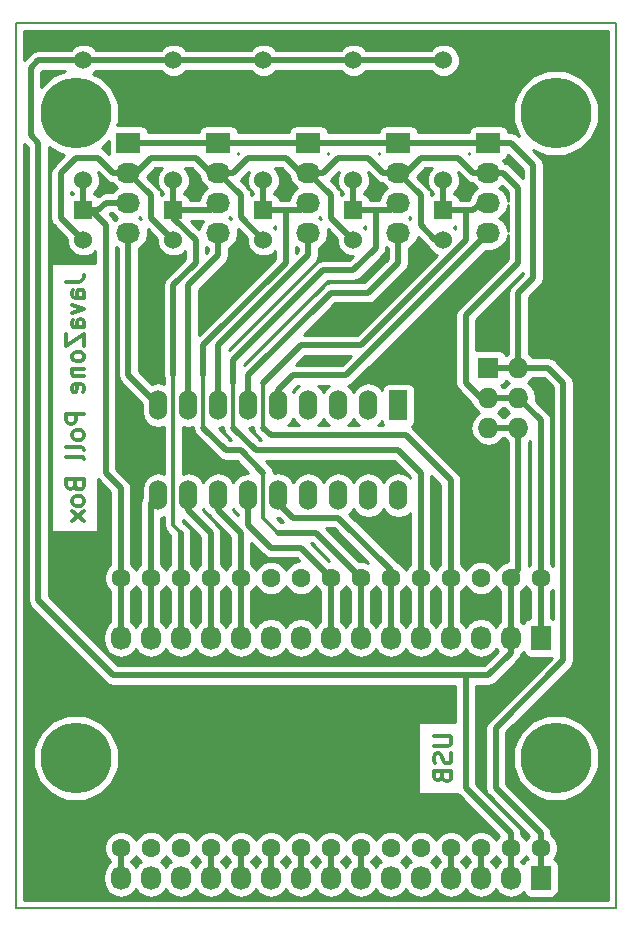
<source format=gbr>
G04 #@! TF.FileFunction,Copper,L2,Bot,Signal*
%FSLAX46Y46*%
G04 Gerber Fmt 4.6, Leading zero omitted, Abs format (unit mm)*
G04 Created by KiCad (PCBNEW 4.0.2+dfsg1-stable) date Thu 04 Aug 2016 19:43:07 CEST*
%MOMM*%
G01*
G04 APERTURE LIST*
%ADD10C,0.100000*%
%ADD11C,0.300000*%
%ADD12C,0.150000*%
%ADD13R,2.032000X1.727200*%
%ADD14O,2.032000X1.727200*%
%ADD15R,1.524000X1.524000*%
%ADD16C,1.524000*%
%ADD17R,1.524000X2.540000*%
%ADD18O,1.524000X2.540000*%
%ADD19R,1.727200X1.727200*%
%ADD20O,1.727200X1.727200*%
%ADD21C,1.600000*%
%ADD22R,1.727200X2.032000*%
%ADD23O,1.727200X2.032000*%
%ADD24C,6.000000*%
%ADD25C,0.508000*%
%ADD26C,0.304800*%
%ADD27C,0.254000*%
G04 APERTURE END LIST*
D10*
D11*
X112843571Y-104787143D02*
X114057857Y-104787143D01*
X114200714Y-104858571D01*
X114272143Y-104930000D01*
X114343571Y-105072857D01*
X114343571Y-105358571D01*
X114272143Y-105501429D01*
X114200714Y-105572857D01*
X114057857Y-105644286D01*
X112843571Y-105644286D01*
X114272143Y-106287143D02*
X114343571Y-106501429D01*
X114343571Y-106858572D01*
X114272143Y-107001429D01*
X114200714Y-107072858D01*
X114057857Y-107144286D01*
X113915000Y-107144286D01*
X113772143Y-107072858D01*
X113700714Y-107001429D01*
X113629286Y-106858572D01*
X113557857Y-106572858D01*
X113486429Y-106430000D01*
X113415000Y-106358572D01*
X113272143Y-106287143D01*
X113129286Y-106287143D01*
X112986429Y-106358572D01*
X112915000Y-106430000D01*
X112843571Y-106572858D01*
X112843571Y-106930000D01*
X112915000Y-107144286D01*
X113557857Y-108287143D02*
X113629286Y-108501429D01*
X113700714Y-108572857D01*
X113843571Y-108644286D01*
X114057857Y-108644286D01*
X114200714Y-108572857D01*
X114272143Y-108501429D01*
X114343571Y-108358571D01*
X114343571Y-107787143D01*
X112843571Y-107787143D01*
X112843571Y-108287143D01*
X112915000Y-108430000D01*
X112986429Y-108501429D01*
X113129286Y-108572857D01*
X113272143Y-108572857D01*
X113415000Y-108501429D01*
X113486429Y-108430000D01*
X113557857Y-108287143D01*
X113557857Y-107787143D01*
X81728571Y-66378572D02*
X82800000Y-66378572D01*
X83014286Y-66307144D01*
X83157143Y-66164287D01*
X83228571Y-65950001D01*
X83228571Y-65807144D01*
X83228571Y-67735715D02*
X82442857Y-67735715D01*
X82300000Y-67664286D01*
X82228571Y-67521429D01*
X82228571Y-67235715D01*
X82300000Y-67092858D01*
X83157143Y-67735715D02*
X83228571Y-67592858D01*
X83228571Y-67235715D01*
X83157143Y-67092858D01*
X83014286Y-67021429D01*
X82871429Y-67021429D01*
X82728571Y-67092858D01*
X82657143Y-67235715D01*
X82657143Y-67592858D01*
X82585714Y-67735715D01*
X82228571Y-68307144D02*
X83228571Y-68664287D01*
X82228571Y-69021429D01*
X83228571Y-70235715D02*
X82442857Y-70235715D01*
X82300000Y-70164286D01*
X82228571Y-70021429D01*
X82228571Y-69735715D01*
X82300000Y-69592858D01*
X83157143Y-70235715D02*
X83228571Y-70092858D01*
X83228571Y-69735715D01*
X83157143Y-69592858D01*
X83014286Y-69521429D01*
X82871429Y-69521429D01*
X82728571Y-69592858D01*
X82657143Y-69735715D01*
X82657143Y-70092858D01*
X82585714Y-70235715D01*
X81728571Y-70807144D02*
X81728571Y-71807144D01*
X83228571Y-70807144D01*
X83228571Y-71807144D01*
X83228571Y-72592858D02*
X83157143Y-72450000D01*
X83085714Y-72378572D01*
X82942857Y-72307143D01*
X82514286Y-72307143D01*
X82371429Y-72378572D01*
X82300000Y-72450000D01*
X82228571Y-72592858D01*
X82228571Y-72807143D01*
X82300000Y-72950000D01*
X82371429Y-73021429D01*
X82514286Y-73092858D01*
X82942857Y-73092858D01*
X83085714Y-73021429D01*
X83157143Y-72950000D01*
X83228571Y-72807143D01*
X83228571Y-72592858D01*
X82228571Y-73735715D02*
X83228571Y-73735715D01*
X82371429Y-73735715D02*
X82300000Y-73807143D01*
X82228571Y-73950001D01*
X82228571Y-74164286D01*
X82300000Y-74307143D01*
X82442857Y-74378572D01*
X83228571Y-74378572D01*
X83157143Y-75664286D02*
X83228571Y-75521429D01*
X83228571Y-75235715D01*
X83157143Y-75092858D01*
X83014286Y-75021429D01*
X82442857Y-75021429D01*
X82300000Y-75092858D01*
X82228571Y-75235715D01*
X82228571Y-75521429D01*
X82300000Y-75664286D01*
X82442857Y-75735715D01*
X82585714Y-75735715D01*
X82728571Y-75021429D01*
X83228571Y-77521429D02*
X81728571Y-77521429D01*
X81728571Y-78092857D01*
X81800000Y-78235715D01*
X81871429Y-78307143D01*
X82014286Y-78378572D01*
X82228571Y-78378572D01*
X82371429Y-78307143D01*
X82442857Y-78235715D01*
X82514286Y-78092857D01*
X82514286Y-77521429D01*
X83228571Y-79235715D02*
X83157143Y-79092857D01*
X83085714Y-79021429D01*
X82942857Y-78950000D01*
X82514286Y-78950000D01*
X82371429Y-79021429D01*
X82300000Y-79092857D01*
X82228571Y-79235715D01*
X82228571Y-79450000D01*
X82300000Y-79592857D01*
X82371429Y-79664286D01*
X82514286Y-79735715D01*
X82942857Y-79735715D01*
X83085714Y-79664286D01*
X83157143Y-79592857D01*
X83228571Y-79450000D01*
X83228571Y-79235715D01*
X83228571Y-80592858D02*
X83157143Y-80450000D01*
X83014286Y-80378572D01*
X81728571Y-80378572D01*
X83228571Y-81378572D02*
X83157143Y-81235714D01*
X83014286Y-81164286D01*
X81728571Y-81164286D01*
X82442857Y-83592857D02*
X82514286Y-83807143D01*
X82585714Y-83878571D01*
X82728571Y-83950000D01*
X82942857Y-83950000D01*
X83085714Y-83878571D01*
X83157143Y-83807143D01*
X83228571Y-83664285D01*
X83228571Y-83092857D01*
X81728571Y-83092857D01*
X81728571Y-83592857D01*
X81800000Y-83735714D01*
X81871429Y-83807143D01*
X82014286Y-83878571D01*
X82157143Y-83878571D01*
X82300000Y-83807143D01*
X82371429Y-83735714D01*
X82442857Y-83592857D01*
X82442857Y-83092857D01*
X83228571Y-84807143D02*
X83157143Y-84664285D01*
X83085714Y-84592857D01*
X82942857Y-84521428D01*
X82514286Y-84521428D01*
X82371429Y-84592857D01*
X82300000Y-84664285D01*
X82228571Y-84807143D01*
X82228571Y-85021428D01*
X82300000Y-85164285D01*
X82371429Y-85235714D01*
X82514286Y-85307143D01*
X82942857Y-85307143D01*
X83085714Y-85235714D01*
X83157143Y-85164285D01*
X83228571Y-85021428D01*
X83228571Y-84807143D01*
X83228571Y-85807143D02*
X82228571Y-86592857D01*
X82228571Y-85807143D02*
X83228571Y-86592857D01*
D12*
X77470000Y-119380000D02*
X77470000Y-114300000D01*
X128270000Y-119380000D02*
X77470000Y-119380000D01*
X128270000Y-114300000D02*
X128270000Y-119380000D01*
X77470000Y-44450000D02*
X77470000Y-114300000D01*
X128270000Y-44450000D02*
X128270000Y-114300000D01*
X128270000Y-44450000D02*
X77470000Y-44450000D01*
D13*
X109855000Y-54610000D03*
D14*
X109855000Y-57150000D03*
X109855000Y-59690000D03*
X109855000Y-62230000D03*
D15*
X98425000Y-60325000D03*
D16*
X98425000Y-62825000D03*
X90805000Y-57785000D03*
X90805000Y-47625000D03*
D15*
X83185000Y-60325000D03*
D16*
X83185000Y-62825000D03*
X83185000Y-57785000D03*
X83185000Y-47625000D03*
D17*
X109855000Y-76835000D03*
D18*
X107315000Y-76835000D03*
X104775000Y-76835000D03*
X102235000Y-76835000D03*
X99695000Y-76835000D03*
X97155000Y-76835000D03*
X94615000Y-76835000D03*
X92075000Y-76835000D03*
X89535000Y-76835000D03*
X89535000Y-84455000D03*
X92075000Y-84455000D03*
X94615000Y-84455000D03*
X97155000Y-84455000D03*
X99695000Y-84455000D03*
X102235000Y-84455000D03*
X104775000Y-84455000D03*
X107315000Y-84455000D03*
X109855000Y-84455000D03*
D15*
X90805000Y-60325000D03*
D16*
X90805000Y-62825000D03*
D15*
X106045000Y-60325000D03*
D16*
X106045000Y-62825000D03*
D15*
X113665000Y-60325000D03*
D16*
X113665000Y-62825000D03*
D19*
X117475000Y-73660000D03*
D20*
X120015000Y-73660000D03*
X117475000Y-76200000D03*
X120015000Y-76200000D03*
X117475000Y-78740000D03*
X120015000Y-78740000D03*
D13*
X86995000Y-54610000D03*
D14*
X86995000Y-57150000D03*
X86995000Y-59690000D03*
X86995000Y-62230000D03*
D13*
X94615000Y-54610000D03*
D14*
X94615000Y-57150000D03*
X94615000Y-59690000D03*
X94615000Y-62230000D03*
D13*
X102235000Y-54610000D03*
D14*
X102235000Y-57150000D03*
X102235000Y-59690000D03*
X102235000Y-62230000D03*
D13*
X117475000Y-54610000D03*
D14*
X117475000Y-57150000D03*
X117475000Y-59690000D03*
X117475000Y-62230000D03*
D16*
X98425000Y-57785000D03*
X98425000Y-47625000D03*
X106045000Y-57785000D03*
X106045000Y-47625000D03*
X113665000Y-57785000D03*
X113665000Y-47625000D03*
D21*
X121920000Y-114300000D03*
X119380000Y-114300000D03*
X116840000Y-114300000D03*
X114300000Y-114300000D03*
X111760000Y-114300000D03*
X109220000Y-114300000D03*
X106680000Y-114300000D03*
X104140000Y-114300000D03*
X101600000Y-114300000D03*
X99060000Y-114300000D03*
X96520000Y-114300000D03*
X93980000Y-114300000D03*
X91440000Y-114300000D03*
X88900000Y-114300000D03*
X86360000Y-114300000D03*
X86360000Y-91440000D03*
X88900000Y-91440000D03*
X91440000Y-91440000D03*
X93980000Y-91440000D03*
X96520000Y-91440000D03*
X99060000Y-91440000D03*
X101600000Y-91440000D03*
X104140000Y-91440000D03*
X106680000Y-91440000D03*
X109220000Y-91440000D03*
X111760000Y-91440000D03*
X114300000Y-91440000D03*
X116840000Y-91440000D03*
X119380000Y-91440000D03*
X121920000Y-91440000D03*
D22*
X121920000Y-116840000D03*
D23*
X119380000Y-116840000D03*
X116840000Y-116840000D03*
X114300000Y-116840000D03*
X111760000Y-116840000D03*
X109220000Y-116840000D03*
X106680000Y-116840000D03*
X104140000Y-116840000D03*
X101600000Y-116840000D03*
X99060000Y-116840000D03*
X96520000Y-116840000D03*
X93980000Y-116840000D03*
X91440000Y-116840000D03*
X88900000Y-116840000D03*
X86360000Y-116840000D03*
D22*
X121920000Y-96520000D03*
D23*
X119380000Y-96520000D03*
X116840000Y-96520000D03*
X114300000Y-96520000D03*
X111760000Y-96520000D03*
X109220000Y-96520000D03*
X106680000Y-96520000D03*
X104140000Y-96520000D03*
X101600000Y-96520000D03*
X99060000Y-96520000D03*
X96520000Y-96520000D03*
X93980000Y-96520000D03*
X91440000Y-96520000D03*
X88900000Y-96520000D03*
X86360000Y-96520000D03*
D24*
X82550000Y-106680000D03*
X123190000Y-106680000D03*
X123190000Y-52070000D03*
X82550000Y-52070000D03*
D25*
X117475000Y-76200000D02*
X116840000Y-76200000D01*
X116840000Y-76200000D02*
X115570000Y-74930000D01*
X118745000Y-57150000D02*
X117475000Y-57150000D01*
X120015000Y-58420000D02*
X118745000Y-57150000D01*
X120015000Y-64770000D02*
X120015000Y-58420000D01*
X115570000Y-69215000D02*
X120015000Y-64770000D01*
X115570000Y-74930000D02*
X115570000Y-69215000D01*
X121920000Y-91440000D02*
X121920000Y-78105000D01*
X121920000Y-78105000D02*
X120015000Y-76200000D01*
X117475000Y-76200000D02*
X120015000Y-76200000D01*
X121920000Y-91440000D02*
X121920000Y-96520000D01*
X113665000Y-62825000D02*
X113665000Y-62865000D01*
X109855000Y-57150000D02*
X110490000Y-57150000D01*
X110490000Y-57150000D02*
X111760000Y-55880000D01*
X116205000Y-57150000D02*
X117475000Y-57150000D01*
X114935000Y-55880000D02*
X116205000Y-57150000D01*
X111760000Y-55880000D02*
X114935000Y-55880000D01*
X102235000Y-57150000D02*
X103505000Y-57150000D01*
X108585000Y-57150000D02*
X109855000Y-57150000D01*
X107315000Y-55880000D02*
X108585000Y-57150000D01*
X104775000Y-55880000D02*
X107315000Y-55880000D01*
X103505000Y-57150000D02*
X104775000Y-55880000D01*
X102235000Y-57150000D02*
X101600000Y-57150000D01*
X101600000Y-57150000D02*
X100330000Y-55880000D01*
X95885000Y-57150000D02*
X94615000Y-57150000D01*
X97155000Y-55880000D02*
X95885000Y-57150000D01*
X100330000Y-55880000D02*
X97155000Y-55880000D01*
X82550000Y-55880000D02*
X84455000Y-55880000D01*
X83145000Y-62825000D02*
X81280000Y-60960000D01*
X81280000Y-60960000D02*
X81280000Y-57150000D01*
X81280000Y-57150000D02*
X82550000Y-55880000D01*
X85725000Y-57150000D02*
X84455000Y-55880000D01*
X85725000Y-57150000D02*
X86995000Y-57150000D01*
D26*
X86995000Y-57150000D02*
X87630000Y-57150000D01*
D25*
X88900000Y-59055000D02*
X86995000Y-57150000D01*
X90765000Y-62825000D02*
X88900000Y-60960000D01*
X88900000Y-60960000D02*
X88900000Y-59055000D01*
D26*
X83185000Y-62825000D02*
X83145000Y-62825000D01*
X90805000Y-62825000D02*
X90765000Y-62825000D01*
X106045000Y-62825000D02*
X106005000Y-62825000D01*
X113665000Y-62825000D02*
X112990000Y-62825000D01*
X113665000Y-62825000D02*
X112990000Y-62825000D01*
D25*
X111760000Y-61595000D02*
X111760000Y-59055000D01*
X111760000Y-59055000D02*
X109855000Y-57150000D01*
X112990000Y-62825000D02*
X111760000Y-61595000D01*
X106005000Y-62825000D02*
X104140000Y-60960000D01*
X104140000Y-60960000D02*
X104140000Y-59055000D01*
X96520000Y-60920000D02*
X98425000Y-62825000D01*
X96520000Y-59055000D02*
X96520000Y-60920000D01*
X104140000Y-59055000D02*
X102235000Y-57150000D01*
X94615000Y-57150000D02*
X96520000Y-59055000D01*
X94615000Y-57150000D02*
X95250000Y-57150000D01*
X87630000Y-57150000D02*
X88900000Y-55880000D01*
X88900000Y-55880000D02*
X92710000Y-55880000D01*
X92710000Y-55880000D02*
X93980000Y-57150000D01*
X93980000Y-57150000D02*
X94615000Y-57150000D01*
X121920000Y-114300000D02*
X121920000Y-113030000D01*
X118110000Y-104140000D02*
X123825000Y-98425000D01*
X118110000Y-109220000D02*
X118110000Y-104140000D01*
X121920000Y-113030000D02*
X118110000Y-109220000D01*
X123825000Y-98425000D02*
X123825000Y-74930000D01*
X122555000Y-73660000D02*
X120015000Y-73660000D01*
X123825000Y-74930000D02*
X122555000Y-73660000D01*
X120015000Y-73660000D02*
X120015000Y-67310000D01*
X120015000Y-67310000D02*
X121285000Y-66040000D01*
X121285000Y-66040000D02*
X121285000Y-56515000D01*
X121285000Y-56515000D02*
X119380000Y-54610000D01*
X119380000Y-54610000D02*
X117475000Y-54610000D01*
X117475000Y-73660000D02*
X120015000Y-73660000D01*
X121920000Y-116840000D02*
X121920000Y-114300000D01*
X117475000Y-54610000D02*
X118110000Y-54610000D01*
X86995000Y-54610000D02*
X94615000Y-54610000D01*
X109855000Y-54610000D02*
X117475000Y-54610000D01*
X102235000Y-54610000D02*
X109855000Y-54610000D01*
X94615000Y-54610000D02*
X102235000Y-54610000D01*
X119380000Y-114300000D02*
X119380000Y-113030000D01*
X115570000Y-109220000D02*
X115570000Y-99695000D01*
X119380000Y-113030000D02*
X115570000Y-109220000D01*
X79375000Y-57150000D02*
X79375000Y-54610000D01*
X79375000Y-54610000D02*
X78740000Y-53975000D01*
X78740000Y-53975000D02*
X78740000Y-48260000D01*
X78740000Y-48260000D02*
X79375000Y-47625000D01*
X79375000Y-47625000D02*
X83185000Y-47625000D01*
X115570000Y-99695000D02*
X85725000Y-99695000D01*
X79375000Y-93345000D02*
X79375000Y-57150000D01*
X85725000Y-99695000D02*
X79375000Y-93345000D01*
X117475000Y-99695000D02*
X115570000Y-99695000D01*
X119380000Y-97790000D02*
X117475000Y-99695000D01*
X119380000Y-96520000D02*
X119380000Y-97790000D01*
X120015000Y-78740000D02*
X120015000Y-90805000D01*
X120015000Y-90805000D02*
X119380000Y-91440000D01*
X117475000Y-78740000D02*
X120015000Y-78740000D01*
X119380000Y-116840000D02*
X119380000Y-114300000D01*
X119380000Y-91440000D02*
X119380000Y-96520000D01*
X90805000Y-47625000D02*
X98425000Y-47625000D01*
X106045000Y-47625000D02*
X113665000Y-47625000D01*
X98425000Y-47625000D02*
X106045000Y-47625000D01*
X83185000Y-47625000D02*
X85090000Y-47625000D01*
X85090000Y-47625000D02*
X90805000Y-47625000D01*
X86995000Y-62230000D02*
X86995000Y-74295000D01*
X86995000Y-74295000D02*
X89535000Y-76835000D01*
X92075000Y-76835000D02*
X92075000Y-66675000D01*
X94615000Y-62230000D02*
X94615000Y-64135000D01*
X92075000Y-66675000D02*
X94615000Y-64135000D01*
X94615000Y-76835000D02*
X94615000Y-71755000D01*
X94615000Y-71755000D02*
X102235000Y-64135000D01*
X102235000Y-64135000D02*
X102235000Y-62230000D01*
D26*
X102235000Y-64135000D02*
X102235000Y-62230000D01*
D25*
X97155000Y-76835000D02*
X97155000Y-74295000D01*
X109855000Y-64770000D02*
X109855000Y-62230000D01*
X107315000Y-67310000D02*
X109855000Y-64770000D01*
X104140000Y-67310000D02*
X107315000Y-67310000D01*
X97155000Y-74295000D02*
X104140000Y-67310000D01*
X86360000Y-91440000D02*
X86360000Y-96520000D01*
X86360000Y-91440000D02*
X86360000Y-83820000D01*
X85090000Y-61595000D02*
X83820000Y-60325000D01*
X85090000Y-82550000D02*
X85090000Y-61595000D01*
X86360000Y-83820000D02*
X85090000Y-82550000D01*
X83185000Y-60325000D02*
X84455000Y-60325000D01*
D26*
X83185000Y-60325000D02*
X83820000Y-60325000D01*
D25*
X84455000Y-60325000D02*
X85090000Y-59690000D01*
X85090000Y-59690000D02*
X86995000Y-59690000D01*
X83185000Y-60325000D02*
X83185000Y-57785000D01*
X91440000Y-91440000D02*
X91440000Y-96520000D01*
X90805000Y-74295000D02*
X90805000Y-66675000D01*
X92710000Y-64770000D02*
X90805000Y-66675000D01*
X91440000Y-87630000D02*
X91440000Y-91440000D01*
D26*
X91440000Y-87630000D02*
X90805000Y-86995000D01*
X90805000Y-86995000D02*
X90805000Y-74295000D01*
D25*
X93980000Y-60325000D02*
X94615000Y-59690000D01*
X90805000Y-60325000D02*
X93980000Y-60325000D01*
X90805000Y-60960000D02*
X92710000Y-62865000D01*
X90805000Y-60325000D02*
X90805000Y-60960000D01*
X92710000Y-62865000D02*
X92710000Y-64770000D01*
X90805000Y-57785000D02*
X90805000Y-60325000D01*
X106680000Y-91440000D02*
X106680000Y-96520000D01*
X106680000Y-91440000D02*
X102870000Y-87630000D01*
X100330000Y-64770000D02*
X100330000Y-60325000D01*
X93345000Y-71755000D02*
X100330000Y-64770000D01*
X93345000Y-74295000D02*
X93345000Y-71755000D01*
D26*
X93345000Y-78740000D02*
X93345000Y-74295000D01*
D25*
X95250000Y-80645000D02*
X93345000Y-78740000D01*
X96520000Y-80645000D02*
X95250000Y-80645000D01*
X98425000Y-82550000D02*
X96520000Y-80645000D01*
D26*
X98425000Y-86360000D02*
X98425000Y-82550000D01*
X99695000Y-87630000D02*
X98425000Y-86360000D01*
D25*
X102870000Y-87630000D02*
X99695000Y-87630000D01*
X102235000Y-59690000D02*
X102235000Y-60132634D01*
X98425000Y-60325000D02*
X100330000Y-60325000D01*
X100330000Y-60325000D02*
X101600000Y-60325000D01*
X101600000Y-60325000D02*
X102235000Y-59690000D01*
X98425000Y-57785000D02*
X98425000Y-60325000D01*
X111760000Y-91440000D02*
X111760000Y-96520000D01*
X107950000Y-60325000D02*
X107950000Y-63500000D01*
X111760000Y-82550000D02*
X111760000Y-91440000D01*
X109855000Y-80645000D02*
X111760000Y-82550000D01*
X97790000Y-80645000D02*
X109855000Y-80645000D01*
X95885000Y-78740000D02*
X97790000Y-80645000D01*
D26*
X95885000Y-74930000D02*
X95885000Y-78740000D01*
D25*
X95885000Y-73025000D02*
X95885000Y-74930000D01*
X103505000Y-65405000D02*
X95885000Y-73025000D01*
X106045000Y-65405000D02*
X103505000Y-65405000D01*
X107950000Y-63500000D02*
X106045000Y-65405000D01*
X106045000Y-57785000D02*
X106045000Y-60325000D01*
X106045000Y-60325000D02*
X107950000Y-60325000D01*
X107950000Y-60325000D02*
X109220000Y-60325000D01*
X109220000Y-60325000D02*
X109855000Y-59690000D01*
X114300000Y-91440000D02*
X114300000Y-96520000D01*
X115570000Y-60325000D02*
X115570000Y-62865000D01*
X114300000Y-83185000D02*
X110490000Y-79375000D01*
X110490000Y-79375000D02*
X99060000Y-79375000D01*
X99060000Y-79375000D02*
X98425000Y-78740000D01*
D26*
X98425000Y-78740000D02*
X98425000Y-74930000D01*
D25*
X114300000Y-83185000D02*
X114300000Y-91440000D01*
X101600000Y-71755000D02*
X98425000Y-74930000D01*
X106680000Y-71755000D02*
X101600000Y-71755000D01*
X115570000Y-62865000D02*
X106680000Y-71755000D01*
X116205000Y-60325000D02*
X116840000Y-59690000D01*
X113665000Y-57785000D02*
X113665000Y-60325000D01*
X113665000Y-60325000D02*
X115570000Y-60325000D01*
X115570000Y-60325000D02*
X116205000Y-60325000D01*
X116840000Y-59690000D02*
X117475000Y-59690000D01*
X99695000Y-76835000D02*
X99695000Y-75565000D01*
X99695000Y-75565000D02*
X100965000Y-74295000D01*
X100965000Y-74295000D02*
X105410000Y-74295000D01*
X105410000Y-74295000D02*
X117475000Y-62230000D01*
X116840000Y-116840000D02*
X116840000Y-114300000D01*
X114300000Y-116840000D02*
X114300000Y-114300000D01*
X106680000Y-116840000D02*
X106680000Y-114300000D01*
X104140000Y-116840000D02*
X104140000Y-114300000D01*
X101600000Y-116840000D02*
X101600000Y-114300000D01*
X99060000Y-116840000D02*
X99060000Y-114300000D01*
X96520000Y-116840000D02*
X96520000Y-114300000D01*
X93980000Y-114300000D02*
X93980000Y-116840000D01*
X86360000Y-116840000D02*
X86360000Y-114300000D01*
X88900000Y-91440000D02*
X88900000Y-96520000D01*
X88900000Y-91440000D02*
X88900000Y-85090000D01*
X88900000Y-85090000D02*
X89535000Y-84455000D01*
X93980000Y-91440000D02*
X93980000Y-96520000D01*
X92075000Y-84455000D02*
X92075000Y-85725000D01*
X93980000Y-87630000D02*
X93980000Y-91440000D01*
X92075000Y-85725000D02*
X93980000Y-87630000D01*
X96520000Y-96520000D02*
X96520000Y-91440000D01*
X94615000Y-84455000D02*
X94615000Y-85725000D01*
X94615000Y-85725000D02*
X96520000Y-87630000D01*
X96520000Y-87630000D02*
X96520000Y-91440000D01*
X104140000Y-91440000D02*
X104140000Y-96520000D01*
X97155000Y-84455000D02*
X97155000Y-86995000D01*
X101600000Y-88900000D02*
X104140000Y-91440000D01*
X99060000Y-88900000D02*
X101600000Y-88900000D01*
X97155000Y-86995000D02*
X99060000Y-88900000D01*
X109220000Y-91440000D02*
X109220000Y-96520000D01*
X109220000Y-91440000D02*
X109220000Y-90805000D01*
X109220000Y-90805000D02*
X104775000Y-86360000D01*
X104775000Y-86360000D02*
X100965000Y-86360000D01*
X100965000Y-86360000D02*
X99695000Y-85090000D01*
X99695000Y-85090000D02*
X99695000Y-84455000D01*
D27*
G36*
X127560000Y-118670000D02*
X78180000Y-118670000D01*
X78180000Y-107384875D01*
X78911432Y-107384875D01*
X78914377Y-107392086D01*
X78914370Y-107399874D01*
X79187612Y-108061170D01*
X79458146Y-108723639D01*
X79466512Y-108736160D01*
X79466600Y-108736372D01*
X79466764Y-108736536D01*
X79478723Y-108754434D01*
X79499861Y-108769691D01*
X80464683Y-109736198D01*
X80475566Y-109751277D01*
X80482746Y-109754293D01*
X80488249Y-109759806D01*
X81149149Y-110034236D01*
X81808800Y-110311342D01*
X81816588Y-110311381D01*
X81823782Y-110314368D01*
X82539334Y-110314992D01*
X83254875Y-110318568D01*
X83262086Y-110315623D01*
X83269874Y-110315630D01*
X83931170Y-110042388D01*
X84593639Y-109771854D01*
X84606160Y-109763488D01*
X84606372Y-109763400D01*
X84606536Y-109763236D01*
X84624434Y-109751277D01*
X84639691Y-109730139D01*
X85606198Y-108765317D01*
X85621277Y-108754434D01*
X85624293Y-108747254D01*
X85629806Y-108741751D01*
X85904236Y-108080851D01*
X86181342Y-107421200D01*
X86181381Y-107413412D01*
X86184368Y-107406218D01*
X86184992Y-106690666D01*
X86188568Y-105975125D01*
X86185623Y-105967914D01*
X86185630Y-105960126D01*
X85912388Y-105298830D01*
X85641854Y-104636361D01*
X85633488Y-104623840D01*
X85633400Y-104623628D01*
X85633236Y-104623464D01*
X85621277Y-104605566D01*
X85600139Y-104590309D01*
X84635317Y-103623802D01*
X84624434Y-103608723D01*
X84617254Y-103605707D01*
X84611751Y-103600194D01*
X83950851Y-103325764D01*
X83291200Y-103048658D01*
X83283412Y-103048619D01*
X83276218Y-103045632D01*
X82560666Y-103045008D01*
X81845125Y-103041432D01*
X81837914Y-103044377D01*
X81830126Y-103044370D01*
X81168830Y-103317612D01*
X80506361Y-103588146D01*
X80493840Y-103596512D01*
X80493628Y-103596600D01*
X80493464Y-103596764D01*
X80475566Y-103608723D01*
X80460309Y-103629861D01*
X79493802Y-104594683D01*
X79478723Y-104605566D01*
X79475707Y-104612746D01*
X79470194Y-104618249D01*
X79195764Y-105279149D01*
X78918658Y-105938800D01*
X78918619Y-105946588D01*
X78915632Y-105953782D01*
X78915008Y-106669334D01*
X78911432Y-107384875D01*
X78180000Y-107384875D01*
X78180000Y-54672236D01*
X78486000Y-54978236D01*
X78486000Y-93345000D01*
X78553671Y-93685206D01*
X78746382Y-93973618D01*
X85096382Y-100323618D01*
X85384794Y-100516329D01*
X85725000Y-100584000D01*
X114681000Y-100584000D01*
X114681000Y-103645000D01*
X111530000Y-103645000D01*
X111530000Y-109715000D01*
X114852101Y-109715000D01*
X114941382Y-109848618D01*
X118371689Y-113278925D01*
X118164176Y-113486077D01*
X118110138Y-113616215D01*
X118057243Y-113488200D01*
X117653923Y-113084176D01*
X117126691Y-112865250D01*
X116555813Y-112864752D01*
X116028200Y-113082757D01*
X115624176Y-113486077D01*
X115570138Y-113616215D01*
X115517243Y-113488200D01*
X115113923Y-113084176D01*
X114586691Y-112865250D01*
X114015813Y-112864752D01*
X113488200Y-113082757D01*
X113084176Y-113486077D01*
X113036552Y-113600768D01*
X113013864Y-113545995D01*
X112999312Y-113541612D01*
X112977243Y-113488200D01*
X112573923Y-113084176D01*
X112518536Y-113061177D01*
X112514005Y-113046136D01*
X112278153Y-112961361D01*
X112046691Y-112865250D01*
X112010673Y-112865219D01*
X111976777Y-112853035D01*
X111726434Y-112864971D01*
X111475813Y-112864752D01*
X111442524Y-112878507D01*
X111406546Y-112880222D01*
X111005995Y-113046136D01*
X111001612Y-113060688D01*
X110948200Y-113082757D01*
X110544176Y-113486077D01*
X110521177Y-113541464D01*
X110506136Y-113545995D01*
X110491142Y-113587709D01*
X110473864Y-113545995D01*
X110459312Y-113541612D01*
X110437243Y-113488200D01*
X110033923Y-113084176D01*
X109978536Y-113061177D01*
X109974005Y-113046136D01*
X109738153Y-112961361D01*
X109506691Y-112865250D01*
X109470673Y-112865219D01*
X109436777Y-112853035D01*
X109186434Y-112864971D01*
X108935813Y-112864752D01*
X108902524Y-112878507D01*
X108866546Y-112880222D01*
X108465995Y-113046136D01*
X108461612Y-113060688D01*
X108408200Y-113082757D01*
X108004176Y-113486077D01*
X107981177Y-113541464D01*
X107966136Y-113545995D01*
X107945195Y-113604254D01*
X107897243Y-113488200D01*
X107493923Y-113084176D01*
X106966691Y-112865250D01*
X106395813Y-112864752D01*
X105868200Y-113082757D01*
X105464176Y-113486077D01*
X105410138Y-113616215D01*
X105357243Y-113488200D01*
X104953923Y-113084176D01*
X104426691Y-112865250D01*
X103855813Y-112864752D01*
X103328200Y-113082757D01*
X102924176Y-113486077D01*
X102870138Y-113616215D01*
X102817243Y-113488200D01*
X102413923Y-113084176D01*
X101886691Y-112865250D01*
X101315813Y-112864752D01*
X100788200Y-113082757D01*
X100384176Y-113486077D01*
X100330138Y-113616215D01*
X100277243Y-113488200D01*
X99873923Y-113084176D01*
X99346691Y-112865250D01*
X98775813Y-112864752D01*
X98248200Y-113082757D01*
X97844176Y-113486077D01*
X97790138Y-113616215D01*
X97737243Y-113488200D01*
X97333923Y-113084176D01*
X96806691Y-112865250D01*
X96235813Y-112864752D01*
X95708200Y-113082757D01*
X95304176Y-113486077D01*
X95250138Y-113616215D01*
X95197243Y-113488200D01*
X94793923Y-113084176D01*
X94266691Y-112865250D01*
X93695813Y-112864752D01*
X93168200Y-113082757D01*
X92764176Y-113486077D01*
X92716552Y-113600768D01*
X92693864Y-113545995D01*
X92679312Y-113541612D01*
X92657243Y-113488200D01*
X92253923Y-113084176D01*
X92198536Y-113061177D01*
X92194005Y-113046136D01*
X91958153Y-112961361D01*
X91726691Y-112865250D01*
X91690673Y-112865219D01*
X91656777Y-112853035D01*
X91406434Y-112864971D01*
X91155813Y-112864752D01*
X91122524Y-112878507D01*
X91086546Y-112880222D01*
X90685995Y-113046136D01*
X90681612Y-113060688D01*
X90628200Y-113082757D01*
X90224176Y-113486077D01*
X90201177Y-113541464D01*
X90186136Y-113545995D01*
X90171142Y-113587709D01*
X90153864Y-113545995D01*
X90139312Y-113541612D01*
X90117243Y-113488200D01*
X89713923Y-113084176D01*
X89658536Y-113061177D01*
X89654005Y-113046136D01*
X89418153Y-112961361D01*
X89186691Y-112865250D01*
X89150673Y-112865219D01*
X89116777Y-112853035D01*
X88866434Y-112864971D01*
X88615813Y-112864752D01*
X88582524Y-112878507D01*
X88546546Y-112880222D01*
X88145995Y-113046136D01*
X88141612Y-113060688D01*
X88088200Y-113082757D01*
X87684176Y-113486077D01*
X87661177Y-113541464D01*
X87646136Y-113545995D01*
X87625195Y-113604254D01*
X87577243Y-113488200D01*
X87173923Y-113084176D01*
X86646691Y-112865250D01*
X86075813Y-112864752D01*
X85548200Y-113082757D01*
X85144176Y-113486077D01*
X84925250Y-114013309D01*
X84924752Y-114584187D01*
X85142757Y-115111800D01*
X85471000Y-115440616D01*
X85471000Y-115481547D01*
X85300330Y-115595585D01*
X84975474Y-116081766D01*
X84861400Y-116655255D01*
X84861400Y-117024745D01*
X84975474Y-117598234D01*
X85300330Y-118084415D01*
X85786511Y-118409271D01*
X86360000Y-118523345D01*
X86933489Y-118409271D01*
X87419670Y-118084415D01*
X87626461Y-117774931D01*
X87654532Y-117806349D01*
X87840330Y-118084415D01*
X87995771Y-118188277D01*
X87997964Y-118190732D01*
X88003269Y-118193287D01*
X88326511Y-118409271D01*
X88900000Y-118523345D01*
X89473489Y-118409271D01*
X89796731Y-118193287D01*
X89802036Y-118190732D01*
X89804229Y-118188277D01*
X89959670Y-118084415D01*
X90145468Y-117806349D01*
X90170000Y-117778892D01*
X90194532Y-117806349D01*
X90380330Y-118084415D01*
X90535771Y-118188277D01*
X90537964Y-118190732D01*
X90543269Y-118193287D01*
X90866511Y-118409271D01*
X91440000Y-118523345D01*
X92013489Y-118409271D01*
X92336731Y-118193287D01*
X92342036Y-118190732D01*
X92344229Y-118188277D01*
X92499670Y-118084415D01*
X92685468Y-117806349D01*
X92713539Y-117774931D01*
X92920330Y-118084415D01*
X93406511Y-118409271D01*
X93980000Y-118523345D01*
X94553489Y-118409271D01*
X95039670Y-118084415D01*
X95250000Y-117769634D01*
X95460330Y-118084415D01*
X95946511Y-118409271D01*
X96520000Y-118523345D01*
X97093489Y-118409271D01*
X97579670Y-118084415D01*
X97790000Y-117769634D01*
X98000330Y-118084415D01*
X98486511Y-118409271D01*
X99060000Y-118523345D01*
X99633489Y-118409271D01*
X100119670Y-118084415D01*
X100330000Y-117769634D01*
X100540330Y-118084415D01*
X101026511Y-118409271D01*
X101600000Y-118523345D01*
X102173489Y-118409271D01*
X102659670Y-118084415D01*
X102870000Y-117769634D01*
X103080330Y-118084415D01*
X103566511Y-118409271D01*
X104140000Y-118523345D01*
X104713489Y-118409271D01*
X105199670Y-118084415D01*
X105410000Y-117769634D01*
X105620330Y-118084415D01*
X106106511Y-118409271D01*
X106680000Y-118523345D01*
X107253489Y-118409271D01*
X107739670Y-118084415D01*
X107946461Y-117774931D01*
X107974532Y-117806349D01*
X108160330Y-118084415D01*
X108315771Y-118188277D01*
X108317964Y-118190732D01*
X108323269Y-118193287D01*
X108646511Y-118409271D01*
X109220000Y-118523345D01*
X109793489Y-118409271D01*
X110116731Y-118193287D01*
X110122036Y-118190732D01*
X110124229Y-118188277D01*
X110279670Y-118084415D01*
X110465468Y-117806349D01*
X110490000Y-117778892D01*
X110514532Y-117806349D01*
X110700330Y-118084415D01*
X110855771Y-118188277D01*
X110857964Y-118190732D01*
X110863269Y-118193287D01*
X111186511Y-118409271D01*
X111760000Y-118523345D01*
X112333489Y-118409271D01*
X112656731Y-118193287D01*
X112662036Y-118190732D01*
X112664229Y-118188277D01*
X112819670Y-118084415D01*
X113005468Y-117806349D01*
X113033539Y-117774931D01*
X113240330Y-118084415D01*
X113726511Y-118409271D01*
X114300000Y-118523345D01*
X114873489Y-118409271D01*
X115359670Y-118084415D01*
X115570000Y-117769634D01*
X115780330Y-118084415D01*
X116266511Y-118409271D01*
X116840000Y-118523345D01*
X117413489Y-118409271D01*
X117899670Y-118084415D01*
X118110000Y-117769634D01*
X118320330Y-118084415D01*
X118806511Y-118409271D01*
X119380000Y-118523345D01*
X119953489Y-118409271D01*
X120439670Y-118084415D01*
X120449243Y-118070087D01*
X120453238Y-118091317D01*
X120592310Y-118307441D01*
X120804510Y-118452431D01*
X121056400Y-118503440D01*
X122783600Y-118503440D01*
X123018917Y-118459162D01*
X123235041Y-118320090D01*
X123380031Y-118107890D01*
X123431040Y-117856000D01*
X123431040Y-115824000D01*
X123386762Y-115588683D01*
X123247690Y-115372559D01*
X123035490Y-115227569D01*
X123024258Y-115225294D01*
X123135824Y-115113923D01*
X123354750Y-114586691D01*
X123355248Y-114015813D01*
X123137243Y-113488200D01*
X122809000Y-113159384D01*
X122809000Y-113030000D01*
X122741330Y-112689795D01*
X122548618Y-112401382D01*
X118999000Y-108851764D01*
X118999000Y-107384875D01*
X119551432Y-107384875D01*
X119554377Y-107392086D01*
X119554370Y-107399874D01*
X119827612Y-108061170D01*
X120098146Y-108723639D01*
X120106512Y-108736160D01*
X120106600Y-108736372D01*
X120106764Y-108736536D01*
X120118723Y-108754434D01*
X120139861Y-108769691D01*
X121104683Y-109736198D01*
X121115566Y-109751277D01*
X121122746Y-109754293D01*
X121128249Y-109759806D01*
X121789149Y-110034236D01*
X122448800Y-110311342D01*
X122456588Y-110311381D01*
X122463782Y-110314368D01*
X123179334Y-110314992D01*
X123894875Y-110318568D01*
X123902086Y-110315623D01*
X123909874Y-110315630D01*
X124571170Y-110042388D01*
X125233639Y-109771854D01*
X125246160Y-109763488D01*
X125246372Y-109763400D01*
X125246536Y-109763236D01*
X125264434Y-109751277D01*
X125279691Y-109730139D01*
X126246198Y-108765317D01*
X126261277Y-108754434D01*
X126264293Y-108747254D01*
X126269806Y-108741751D01*
X126544236Y-108080851D01*
X126821342Y-107421200D01*
X126821381Y-107413412D01*
X126824368Y-107406218D01*
X126824992Y-106690666D01*
X126828568Y-105975125D01*
X126825623Y-105967914D01*
X126825630Y-105960126D01*
X126552388Y-105298830D01*
X126281854Y-104636361D01*
X126273488Y-104623840D01*
X126273400Y-104623628D01*
X126273236Y-104623464D01*
X126261277Y-104605566D01*
X126240139Y-104590309D01*
X125275317Y-103623802D01*
X125264434Y-103608723D01*
X125257254Y-103605707D01*
X125251751Y-103600194D01*
X124590851Y-103325764D01*
X123931200Y-103048658D01*
X123923412Y-103048619D01*
X123916218Y-103045632D01*
X123200666Y-103045008D01*
X122485125Y-103041432D01*
X122477914Y-103044377D01*
X122470126Y-103044370D01*
X121808830Y-103317612D01*
X121146361Y-103588146D01*
X121133840Y-103596512D01*
X121133628Y-103596600D01*
X121133464Y-103596764D01*
X121115566Y-103608723D01*
X121100309Y-103629861D01*
X120133802Y-104594683D01*
X120118723Y-104605566D01*
X120115707Y-104612746D01*
X120110194Y-104618249D01*
X119835764Y-105279149D01*
X119558658Y-105938800D01*
X119558619Y-105946588D01*
X119555632Y-105953782D01*
X119555008Y-106669334D01*
X119551432Y-107384875D01*
X118999000Y-107384875D01*
X118999000Y-104508236D01*
X124453618Y-99053618D01*
X124646330Y-98765205D01*
X124714000Y-98425000D01*
X124714000Y-74930000D01*
X124646329Y-74589794D01*
X124453618Y-74301382D01*
X123183618Y-73031382D01*
X123174067Y-73025000D01*
X122895206Y-72838671D01*
X122555000Y-72771000D01*
X121218067Y-72771000D01*
X121104029Y-72600330D01*
X120904000Y-72466675D01*
X120904000Y-67678236D01*
X121913618Y-66668618D01*
X122106329Y-66380206D01*
X122174000Y-66040000D01*
X122174000Y-56515000D01*
X122106329Y-56174794D01*
X121913618Y-55886382D01*
X121211690Y-55184454D01*
X121789149Y-55424236D01*
X122448800Y-55701342D01*
X122456588Y-55701381D01*
X122463782Y-55704368D01*
X123179334Y-55704992D01*
X123894875Y-55708568D01*
X123902086Y-55705623D01*
X123909874Y-55705630D01*
X124571170Y-55432388D01*
X125233639Y-55161854D01*
X125246160Y-55153488D01*
X125246372Y-55153400D01*
X125246536Y-55153236D01*
X125264434Y-55141277D01*
X125279691Y-55120139D01*
X126246198Y-54155317D01*
X126261277Y-54144434D01*
X126264293Y-54137254D01*
X126269806Y-54131751D01*
X126544236Y-53470851D01*
X126821342Y-52811200D01*
X126821381Y-52803412D01*
X126824368Y-52796218D01*
X126824992Y-52080666D01*
X126828568Y-51365125D01*
X126825623Y-51357914D01*
X126825630Y-51350126D01*
X126552388Y-50688830D01*
X126281854Y-50026361D01*
X126273488Y-50013840D01*
X126273400Y-50013628D01*
X126273236Y-50013464D01*
X126261277Y-49995566D01*
X126240139Y-49980309D01*
X125275317Y-49013802D01*
X125264434Y-48998723D01*
X125257254Y-48995707D01*
X125251751Y-48990194D01*
X124590851Y-48715764D01*
X123931200Y-48438658D01*
X123923412Y-48438619D01*
X123916218Y-48435632D01*
X123200666Y-48435008D01*
X122485125Y-48431432D01*
X122477914Y-48434377D01*
X122470126Y-48434370D01*
X121808830Y-48707612D01*
X121146361Y-48978146D01*
X121133840Y-48986512D01*
X121133628Y-48986600D01*
X121133464Y-48986764D01*
X121115566Y-48998723D01*
X121100309Y-49019861D01*
X120133802Y-49984683D01*
X120118723Y-49995566D01*
X120115707Y-50002746D01*
X120110194Y-50008249D01*
X119835764Y-50669149D01*
X119558658Y-51328800D01*
X119558619Y-51336588D01*
X119555632Y-51343782D01*
X119555008Y-52059334D01*
X119551432Y-52774875D01*
X119554377Y-52782086D01*
X119554370Y-52789874D01*
X119827612Y-53451170D01*
X120068652Y-54041416D01*
X120008618Y-53981382D01*
X119999067Y-53975000D01*
X119720206Y-53788671D01*
X119380000Y-53721000D01*
X119133661Y-53721000D01*
X119094162Y-53511083D01*
X118955090Y-53294959D01*
X118742890Y-53149969D01*
X118491000Y-53098960D01*
X116459000Y-53098960D01*
X116223683Y-53143238D01*
X116007559Y-53282310D01*
X115862569Y-53494510D01*
X115816704Y-53721000D01*
X111513661Y-53721000D01*
X111474162Y-53511083D01*
X111335090Y-53294959D01*
X111122890Y-53149969D01*
X110871000Y-53098960D01*
X108839000Y-53098960D01*
X108603683Y-53143238D01*
X108387559Y-53282310D01*
X108242569Y-53494510D01*
X108196704Y-53721000D01*
X103893661Y-53721000D01*
X103854162Y-53511083D01*
X103715090Y-53294959D01*
X103502890Y-53149969D01*
X103251000Y-53098960D01*
X101219000Y-53098960D01*
X100983683Y-53143238D01*
X100767559Y-53282310D01*
X100622569Y-53494510D01*
X100576704Y-53721000D01*
X96273661Y-53721000D01*
X96234162Y-53511083D01*
X96095090Y-53294959D01*
X95882890Y-53149969D01*
X95631000Y-53098960D01*
X93599000Y-53098960D01*
X93363683Y-53143238D01*
X93147559Y-53282310D01*
X93002569Y-53494510D01*
X92956704Y-53721000D01*
X88653661Y-53721000D01*
X88614162Y-53511083D01*
X88475090Y-53294959D01*
X88262890Y-53149969D01*
X88011000Y-53098960D01*
X86060460Y-53098960D01*
X86181342Y-52811200D01*
X86181381Y-52803412D01*
X86184368Y-52796218D01*
X86184992Y-52080666D01*
X86188568Y-51365125D01*
X86185623Y-51357914D01*
X86185630Y-51350126D01*
X85912388Y-50688830D01*
X85641854Y-50026361D01*
X85633488Y-50013840D01*
X85633400Y-50013628D01*
X85633236Y-50013464D01*
X85621277Y-49995566D01*
X85600139Y-49980309D01*
X84635317Y-49013802D01*
X84624434Y-48998723D01*
X84617254Y-48995707D01*
X84611751Y-48990194D01*
X84034796Y-48750621D01*
X84271830Y-48514000D01*
X89718515Y-48514000D01*
X90012630Y-48808629D01*
X90525900Y-49021757D01*
X91081661Y-49022242D01*
X91595303Y-48810010D01*
X91891830Y-48514000D01*
X97338515Y-48514000D01*
X97632630Y-48808629D01*
X98145900Y-49021757D01*
X98701661Y-49022242D01*
X99215303Y-48810010D01*
X99511830Y-48514000D01*
X104958515Y-48514000D01*
X105252630Y-48808629D01*
X105765900Y-49021757D01*
X106321661Y-49022242D01*
X106835303Y-48810010D01*
X107131830Y-48514000D01*
X112578515Y-48514000D01*
X112872630Y-48808629D01*
X113385900Y-49021757D01*
X113941661Y-49022242D01*
X114455303Y-48810010D01*
X114848629Y-48417370D01*
X115061757Y-47904100D01*
X115062242Y-47348339D01*
X114850010Y-46834697D01*
X114457370Y-46441371D01*
X113944100Y-46228243D01*
X113388339Y-46227758D01*
X112874697Y-46439990D01*
X112578170Y-46736000D01*
X107131485Y-46736000D01*
X106837370Y-46441371D01*
X106324100Y-46228243D01*
X105768339Y-46227758D01*
X105254697Y-46439990D01*
X104958170Y-46736000D01*
X99511485Y-46736000D01*
X99217370Y-46441371D01*
X98704100Y-46228243D01*
X98148339Y-46227758D01*
X97634697Y-46439990D01*
X97338170Y-46736000D01*
X91891485Y-46736000D01*
X91597370Y-46441371D01*
X91084100Y-46228243D01*
X90528339Y-46227758D01*
X90014697Y-46439990D01*
X89718170Y-46736000D01*
X84271485Y-46736000D01*
X83977370Y-46441371D01*
X83464100Y-46228243D01*
X82908339Y-46227758D01*
X82394697Y-46439990D01*
X82098170Y-46736000D01*
X79375000Y-46736000D01*
X79034795Y-46803670D01*
X78746382Y-46996382D01*
X78180000Y-47562764D01*
X78180000Y-45160000D01*
X127560000Y-45160000D01*
X127560000Y-118670000D01*
X127560000Y-118670000D01*
G37*
X127560000Y-118670000D02*
X78180000Y-118670000D01*
X78180000Y-107384875D01*
X78911432Y-107384875D01*
X78914377Y-107392086D01*
X78914370Y-107399874D01*
X79187612Y-108061170D01*
X79458146Y-108723639D01*
X79466512Y-108736160D01*
X79466600Y-108736372D01*
X79466764Y-108736536D01*
X79478723Y-108754434D01*
X79499861Y-108769691D01*
X80464683Y-109736198D01*
X80475566Y-109751277D01*
X80482746Y-109754293D01*
X80488249Y-109759806D01*
X81149149Y-110034236D01*
X81808800Y-110311342D01*
X81816588Y-110311381D01*
X81823782Y-110314368D01*
X82539334Y-110314992D01*
X83254875Y-110318568D01*
X83262086Y-110315623D01*
X83269874Y-110315630D01*
X83931170Y-110042388D01*
X84593639Y-109771854D01*
X84606160Y-109763488D01*
X84606372Y-109763400D01*
X84606536Y-109763236D01*
X84624434Y-109751277D01*
X84639691Y-109730139D01*
X85606198Y-108765317D01*
X85621277Y-108754434D01*
X85624293Y-108747254D01*
X85629806Y-108741751D01*
X85904236Y-108080851D01*
X86181342Y-107421200D01*
X86181381Y-107413412D01*
X86184368Y-107406218D01*
X86184992Y-106690666D01*
X86188568Y-105975125D01*
X86185623Y-105967914D01*
X86185630Y-105960126D01*
X85912388Y-105298830D01*
X85641854Y-104636361D01*
X85633488Y-104623840D01*
X85633400Y-104623628D01*
X85633236Y-104623464D01*
X85621277Y-104605566D01*
X85600139Y-104590309D01*
X84635317Y-103623802D01*
X84624434Y-103608723D01*
X84617254Y-103605707D01*
X84611751Y-103600194D01*
X83950851Y-103325764D01*
X83291200Y-103048658D01*
X83283412Y-103048619D01*
X83276218Y-103045632D01*
X82560666Y-103045008D01*
X81845125Y-103041432D01*
X81837914Y-103044377D01*
X81830126Y-103044370D01*
X81168830Y-103317612D01*
X80506361Y-103588146D01*
X80493840Y-103596512D01*
X80493628Y-103596600D01*
X80493464Y-103596764D01*
X80475566Y-103608723D01*
X80460309Y-103629861D01*
X79493802Y-104594683D01*
X79478723Y-104605566D01*
X79475707Y-104612746D01*
X79470194Y-104618249D01*
X79195764Y-105279149D01*
X78918658Y-105938800D01*
X78918619Y-105946588D01*
X78915632Y-105953782D01*
X78915008Y-106669334D01*
X78911432Y-107384875D01*
X78180000Y-107384875D01*
X78180000Y-54672236D01*
X78486000Y-54978236D01*
X78486000Y-93345000D01*
X78553671Y-93685206D01*
X78746382Y-93973618D01*
X85096382Y-100323618D01*
X85384794Y-100516329D01*
X85725000Y-100584000D01*
X114681000Y-100584000D01*
X114681000Y-103645000D01*
X111530000Y-103645000D01*
X111530000Y-109715000D01*
X114852101Y-109715000D01*
X114941382Y-109848618D01*
X118371689Y-113278925D01*
X118164176Y-113486077D01*
X118110138Y-113616215D01*
X118057243Y-113488200D01*
X117653923Y-113084176D01*
X117126691Y-112865250D01*
X116555813Y-112864752D01*
X116028200Y-113082757D01*
X115624176Y-113486077D01*
X115570138Y-113616215D01*
X115517243Y-113488200D01*
X115113923Y-113084176D01*
X114586691Y-112865250D01*
X114015813Y-112864752D01*
X113488200Y-113082757D01*
X113084176Y-113486077D01*
X113036552Y-113600768D01*
X113013864Y-113545995D01*
X112999312Y-113541612D01*
X112977243Y-113488200D01*
X112573923Y-113084176D01*
X112518536Y-113061177D01*
X112514005Y-113046136D01*
X112278153Y-112961361D01*
X112046691Y-112865250D01*
X112010673Y-112865219D01*
X111976777Y-112853035D01*
X111726434Y-112864971D01*
X111475813Y-112864752D01*
X111442524Y-112878507D01*
X111406546Y-112880222D01*
X111005995Y-113046136D01*
X111001612Y-113060688D01*
X110948200Y-113082757D01*
X110544176Y-113486077D01*
X110521177Y-113541464D01*
X110506136Y-113545995D01*
X110491142Y-113587709D01*
X110473864Y-113545995D01*
X110459312Y-113541612D01*
X110437243Y-113488200D01*
X110033923Y-113084176D01*
X109978536Y-113061177D01*
X109974005Y-113046136D01*
X109738153Y-112961361D01*
X109506691Y-112865250D01*
X109470673Y-112865219D01*
X109436777Y-112853035D01*
X109186434Y-112864971D01*
X108935813Y-112864752D01*
X108902524Y-112878507D01*
X108866546Y-112880222D01*
X108465995Y-113046136D01*
X108461612Y-113060688D01*
X108408200Y-113082757D01*
X108004176Y-113486077D01*
X107981177Y-113541464D01*
X107966136Y-113545995D01*
X107945195Y-113604254D01*
X107897243Y-113488200D01*
X107493923Y-113084176D01*
X106966691Y-112865250D01*
X106395813Y-112864752D01*
X105868200Y-113082757D01*
X105464176Y-113486077D01*
X105410138Y-113616215D01*
X105357243Y-113488200D01*
X104953923Y-113084176D01*
X104426691Y-112865250D01*
X103855813Y-112864752D01*
X103328200Y-113082757D01*
X102924176Y-113486077D01*
X102870138Y-113616215D01*
X102817243Y-113488200D01*
X102413923Y-113084176D01*
X101886691Y-112865250D01*
X101315813Y-112864752D01*
X100788200Y-113082757D01*
X100384176Y-113486077D01*
X100330138Y-113616215D01*
X100277243Y-113488200D01*
X99873923Y-113084176D01*
X99346691Y-112865250D01*
X98775813Y-112864752D01*
X98248200Y-113082757D01*
X97844176Y-113486077D01*
X97790138Y-113616215D01*
X97737243Y-113488200D01*
X97333923Y-113084176D01*
X96806691Y-112865250D01*
X96235813Y-112864752D01*
X95708200Y-113082757D01*
X95304176Y-113486077D01*
X95250138Y-113616215D01*
X95197243Y-113488200D01*
X94793923Y-113084176D01*
X94266691Y-112865250D01*
X93695813Y-112864752D01*
X93168200Y-113082757D01*
X92764176Y-113486077D01*
X92716552Y-113600768D01*
X92693864Y-113545995D01*
X92679312Y-113541612D01*
X92657243Y-113488200D01*
X92253923Y-113084176D01*
X92198536Y-113061177D01*
X92194005Y-113046136D01*
X91958153Y-112961361D01*
X91726691Y-112865250D01*
X91690673Y-112865219D01*
X91656777Y-112853035D01*
X91406434Y-112864971D01*
X91155813Y-112864752D01*
X91122524Y-112878507D01*
X91086546Y-112880222D01*
X90685995Y-113046136D01*
X90681612Y-113060688D01*
X90628200Y-113082757D01*
X90224176Y-113486077D01*
X90201177Y-113541464D01*
X90186136Y-113545995D01*
X90171142Y-113587709D01*
X90153864Y-113545995D01*
X90139312Y-113541612D01*
X90117243Y-113488200D01*
X89713923Y-113084176D01*
X89658536Y-113061177D01*
X89654005Y-113046136D01*
X89418153Y-112961361D01*
X89186691Y-112865250D01*
X89150673Y-112865219D01*
X89116777Y-112853035D01*
X88866434Y-112864971D01*
X88615813Y-112864752D01*
X88582524Y-112878507D01*
X88546546Y-112880222D01*
X88145995Y-113046136D01*
X88141612Y-113060688D01*
X88088200Y-113082757D01*
X87684176Y-113486077D01*
X87661177Y-113541464D01*
X87646136Y-113545995D01*
X87625195Y-113604254D01*
X87577243Y-113488200D01*
X87173923Y-113084176D01*
X86646691Y-112865250D01*
X86075813Y-112864752D01*
X85548200Y-113082757D01*
X85144176Y-113486077D01*
X84925250Y-114013309D01*
X84924752Y-114584187D01*
X85142757Y-115111800D01*
X85471000Y-115440616D01*
X85471000Y-115481547D01*
X85300330Y-115595585D01*
X84975474Y-116081766D01*
X84861400Y-116655255D01*
X84861400Y-117024745D01*
X84975474Y-117598234D01*
X85300330Y-118084415D01*
X85786511Y-118409271D01*
X86360000Y-118523345D01*
X86933489Y-118409271D01*
X87419670Y-118084415D01*
X87626461Y-117774931D01*
X87654532Y-117806349D01*
X87840330Y-118084415D01*
X87995771Y-118188277D01*
X87997964Y-118190732D01*
X88003269Y-118193287D01*
X88326511Y-118409271D01*
X88900000Y-118523345D01*
X89473489Y-118409271D01*
X89796731Y-118193287D01*
X89802036Y-118190732D01*
X89804229Y-118188277D01*
X89959670Y-118084415D01*
X90145468Y-117806349D01*
X90170000Y-117778892D01*
X90194532Y-117806349D01*
X90380330Y-118084415D01*
X90535771Y-118188277D01*
X90537964Y-118190732D01*
X90543269Y-118193287D01*
X90866511Y-118409271D01*
X91440000Y-118523345D01*
X92013489Y-118409271D01*
X92336731Y-118193287D01*
X92342036Y-118190732D01*
X92344229Y-118188277D01*
X92499670Y-118084415D01*
X92685468Y-117806349D01*
X92713539Y-117774931D01*
X92920330Y-118084415D01*
X93406511Y-118409271D01*
X93980000Y-118523345D01*
X94553489Y-118409271D01*
X95039670Y-118084415D01*
X95250000Y-117769634D01*
X95460330Y-118084415D01*
X95946511Y-118409271D01*
X96520000Y-118523345D01*
X97093489Y-118409271D01*
X97579670Y-118084415D01*
X97790000Y-117769634D01*
X98000330Y-118084415D01*
X98486511Y-118409271D01*
X99060000Y-118523345D01*
X99633489Y-118409271D01*
X100119670Y-118084415D01*
X100330000Y-117769634D01*
X100540330Y-118084415D01*
X101026511Y-118409271D01*
X101600000Y-118523345D01*
X102173489Y-118409271D01*
X102659670Y-118084415D01*
X102870000Y-117769634D01*
X103080330Y-118084415D01*
X103566511Y-118409271D01*
X104140000Y-118523345D01*
X104713489Y-118409271D01*
X105199670Y-118084415D01*
X105410000Y-117769634D01*
X105620330Y-118084415D01*
X106106511Y-118409271D01*
X106680000Y-118523345D01*
X107253489Y-118409271D01*
X107739670Y-118084415D01*
X107946461Y-117774931D01*
X107974532Y-117806349D01*
X108160330Y-118084415D01*
X108315771Y-118188277D01*
X108317964Y-118190732D01*
X108323269Y-118193287D01*
X108646511Y-118409271D01*
X109220000Y-118523345D01*
X109793489Y-118409271D01*
X110116731Y-118193287D01*
X110122036Y-118190732D01*
X110124229Y-118188277D01*
X110279670Y-118084415D01*
X110465468Y-117806349D01*
X110490000Y-117778892D01*
X110514532Y-117806349D01*
X110700330Y-118084415D01*
X110855771Y-118188277D01*
X110857964Y-118190732D01*
X110863269Y-118193287D01*
X111186511Y-118409271D01*
X111760000Y-118523345D01*
X112333489Y-118409271D01*
X112656731Y-118193287D01*
X112662036Y-118190732D01*
X112664229Y-118188277D01*
X112819670Y-118084415D01*
X113005468Y-117806349D01*
X113033539Y-117774931D01*
X113240330Y-118084415D01*
X113726511Y-118409271D01*
X114300000Y-118523345D01*
X114873489Y-118409271D01*
X115359670Y-118084415D01*
X115570000Y-117769634D01*
X115780330Y-118084415D01*
X116266511Y-118409271D01*
X116840000Y-118523345D01*
X117413489Y-118409271D01*
X117899670Y-118084415D01*
X118110000Y-117769634D01*
X118320330Y-118084415D01*
X118806511Y-118409271D01*
X119380000Y-118523345D01*
X119953489Y-118409271D01*
X120439670Y-118084415D01*
X120449243Y-118070087D01*
X120453238Y-118091317D01*
X120592310Y-118307441D01*
X120804510Y-118452431D01*
X121056400Y-118503440D01*
X122783600Y-118503440D01*
X123018917Y-118459162D01*
X123235041Y-118320090D01*
X123380031Y-118107890D01*
X123431040Y-117856000D01*
X123431040Y-115824000D01*
X123386762Y-115588683D01*
X123247690Y-115372559D01*
X123035490Y-115227569D01*
X123024258Y-115225294D01*
X123135824Y-115113923D01*
X123354750Y-114586691D01*
X123355248Y-114015813D01*
X123137243Y-113488200D01*
X122809000Y-113159384D01*
X122809000Y-113030000D01*
X122741330Y-112689795D01*
X122548618Y-112401382D01*
X118999000Y-108851764D01*
X118999000Y-107384875D01*
X119551432Y-107384875D01*
X119554377Y-107392086D01*
X119554370Y-107399874D01*
X119827612Y-108061170D01*
X120098146Y-108723639D01*
X120106512Y-108736160D01*
X120106600Y-108736372D01*
X120106764Y-108736536D01*
X120118723Y-108754434D01*
X120139861Y-108769691D01*
X121104683Y-109736198D01*
X121115566Y-109751277D01*
X121122746Y-109754293D01*
X121128249Y-109759806D01*
X121789149Y-110034236D01*
X122448800Y-110311342D01*
X122456588Y-110311381D01*
X122463782Y-110314368D01*
X123179334Y-110314992D01*
X123894875Y-110318568D01*
X123902086Y-110315623D01*
X123909874Y-110315630D01*
X124571170Y-110042388D01*
X125233639Y-109771854D01*
X125246160Y-109763488D01*
X125246372Y-109763400D01*
X125246536Y-109763236D01*
X125264434Y-109751277D01*
X125279691Y-109730139D01*
X126246198Y-108765317D01*
X126261277Y-108754434D01*
X126264293Y-108747254D01*
X126269806Y-108741751D01*
X126544236Y-108080851D01*
X126821342Y-107421200D01*
X126821381Y-107413412D01*
X126824368Y-107406218D01*
X126824992Y-106690666D01*
X126828568Y-105975125D01*
X126825623Y-105967914D01*
X126825630Y-105960126D01*
X126552388Y-105298830D01*
X126281854Y-104636361D01*
X126273488Y-104623840D01*
X126273400Y-104623628D01*
X126273236Y-104623464D01*
X126261277Y-104605566D01*
X126240139Y-104590309D01*
X125275317Y-103623802D01*
X125264434Y-103608723D01*
X125257254Y-103605707D01*
X125251751Y-103600194D01*
X124590851Y-103325764D01*
X123931200Y-103048658D01*
X123923412Y-103048619D01*
X123916218Y-103045632D01*
X123200666Y-103045008D01*
X122485125Y-103041432D01*
X122477914Y-103044377D01*
X122470126Y-103044370D01*
X121808830Y-103317612D01*
X121146361Y-103588146D01*
X121133840Y-103596512D01*
X121133628Y-103596600D01*
X121133464Y-103596764D01*
X121115566Y-103608723D01*
X121100309Y-103629861D01*
X120133802Y-104594683D01*
X120118723Y-104605566D01*
X120115707Y-104612746D01*
X120110194Y-104618249D01*
X119835764Y-105279149D01*
X119558658Y-105938800D01*
X119558619Y-105946588D01*
X119555632Y-105953782D01*
X119555008Y-106669334D01*
X119551432Y-107384875D01*
X118999000Y-107384875D01*
X118999000Y-104508236D01*
X124453618Y-99053618D01*
X124646330Y-98765205D01*
X124714000Y-98425000D01*
X124714000Y-74930000D01*
X124646329Y-74589794D01*
X124453618Y-74301382D01*
X123183618Y-73031382D01*
X123174067Y-73025000D01*
X122895206Y-72838671D01*
X122555000Y-72771000D01*
X121218067Y-72771000D01*
X121104029Y-72600330D01*
X120904000Y-72466675D01*
X120904000Y-67678236D01*
X121913618Y-66668618D01*
X122106329Y-66380206D01*
X122174000Y-66040000D01*
X122174000Y-56515000D01*
X122106329Y-56174794D01*
X121913618Y-55886382D01*
X121211690Y-55184454D01*
X121789149Y-55424236D01*
X122448800Y-55701342D01*
X122456588Y-55701381D01*
X122463782Y-55704368D01*
X123179334Y-55704992D01*
X123894875Y-55708568D01*
X123902086Y-55705623D01*
X123909874Y-55705630D01*
X124571170Y-55432388D01*
X125233639Y-55161854D01*
X125246160Y-55153488D01*
X125246372Y-55153400D01*
X125246536Y-55153236D01*
X125264434Y-55141277D01*
X125279691Y-55120139D01*
X126246198Y-54155317D01*
X126261277Y-54144434D01*
X126264293Y-54137254D01*
X126269806Y-54131751D01*
X126544236Y-53470851D01*
X126821342Y-52811200D01*
X126821381Y-52803412D01*
X126824368Y-52796218D01*
X126824992Y-52080666D01*
X126828568Y-51365125D01*
X126825623Y-51357914D01*
X126825630Y-51350126D01*
X126552388Y-50688830D01*
X126281854Y-50026361D01*
X126273488Y-50013840D01*
X126273400Y-50013628D01*
X126273236Y-50013464D01*
X126261277Y-49995566D01*
X126240139Y-49980309D01*
X125275317Y-49013802D01*
X125264434Y-48998723D01*
X125257254Y-48995707D01*
X125251751Y-48990194D01*
X124590851Y-48715764D01*
X123931200Y-48438658D01*
X123923412Y-48438619D01*
X123916218Y-48435632D01*
X123200666Y-48435008D01*
X122485125Y-48431432D01*
X122477914Y-48434377D01*
X122470126Y-48434370D01*
X121808830Y-48707612D01*
X121146361Y-48978146D01*
X121133840Y-48986512D01*
X121133628Y-48986600D01*
X121133464Y-48986764D01*
X121115566Y-48998723D01*
X121100309Y-49019861D01*
X120133802Y-49984683D01*
X120118723Y-49995566D01*
X120115707Y-50002746D01*
X120110194Y-50008249D01*
X119835764Y-50669149D01*
X119558658Y-51328800D01*
X119558619Y-51336588D01*
X119555632Y-51343782D01*
X119555008Y-52059334D01*
X119551432Y-52774875D01*
X119554377Y-52782086D01*
X119554370Y-52789874D01*
X119827612Y-53451170D01*
X120068652Y-54041416D01*
X120008618Y-53981382D01*
X119999067Y-53975000D01*
X119720206Y-53788671D01*
X119380000Y-53721000D01*
X119133661Y-53721000D01*
X119094162Y-53511083D01*
X118955090Y-53294959D01*
X118742890Y-53149969D01*
X118491000Y-53098960D01*
X116459000Y-53098960D01*
X116223683Y-53143238D01*
X116007559Y-53282310D01*
X115862569Y-53494510D01*
X115816704Y-53721000D01*
X111513661Y-53721000D01*
X111474162Y-53511083D01*
X111335090Y-53294959D01*
X111122890Y-53149969D01*
X110871000Y-53098960D01*
X108839000Y-53098960D01*
X108603683Y-53143238D01*
X108387559Y-53282310D01*
X108242569Y-53494510D01*
X108196704Y-53721000D01*
X103893661Y-53721000D01*
X103854162Y-53511083D01*
X103715090Y-53294959D01*
X103502890Y-53149969D01*
X103251000Y-53098960D01*
X101219000Y-53098960D01*
X100983683Y-53143238D01*
X100767559Y-53282310D01*
X100622569Y-53494510D01*
X100576704Y-53721000D01*
X96273661Y-53721000D01*
X96234162Y-53511083D01*
X96095090Y-53294959D01*
X95882890Y-53149969D01*
X95631000Y-53098960D01*
X93599000Y-53098960D01*
X93363683Y-53143238D01*
X93147559Y-53282310D01*
X93002569Y-53494510D01*
X92956704Y-53721000D01*
X88653661Y-53721000D01*
X88614162Y-53511083D01*
X88475090Y-53294959D01*
X88262890Y-53149969D01*
X88011000Y-53098960D01*
X86060460Y-53098960D01*
X86181342Y-52811200D01*
X86181381Y-52803412D01*
X86184368Y-52796218D01*
X86184992Y-52080666D01*
X86188568Y-51365125D01*
X86185623Y-51357914D01*
X86185630Y-51350126D01*
X85912388Y-50688830D01*
X85641854Y-50026361D01*
X85633488Y-50013840D01*
X85633400Y-50013628D01*
X85633236Y-50013464D01*
X85621277Y-49995566D01*
X85600139Y-49980309D01*
X84635317Y-49013802D01*
X84624434Y-48998723D01*
X84617254Y-48995707D01*
X84611751Y-48990194D01*
X84034796Y-48750621D01*
X84271830Y-48514000D01*
X89718515Y-48514000D01*
X90012630Y-48808629D01*
X90525900Y-49021757D01*
X91081661Y-49022242D01*
X91595303Y-48810010D01*
X91891830Y-48514000D01*
X97338515Y-48514000D01*
X97632630Y-48808629D01*
X98145900Y-49021757D01*
X98701661Y-49022242D01*
X99215303Y-48810010D01*
X99511830Y-48514000D01*
X104958515Y-48514000D01*
X105252630Y-48808629D01*
X105765900Y-49021757D01*
X106321661Y-49022242D01*
X106835303Y-48810010D01*
X107131830Y-48514000D01*
X112578515Y-48514000D01*
X112872630Y-48808629D01*
X113385900Y-49021757D01*
X113941661Y-49022242D01*
X114455303Y-48810010D01*
X114848629Y-48417370D01*
X115061757Y-47904100D01*
X115062242Y-47348339D01*
X114850010Y-46834697D01*
X114457370Y-46441371D01*
X113944100Y-46228243D01*
X113388339Y-46227758D01*
X112874697Y-46439990D01*
X112578170Y-46736000D01*
X107131485Y-46736000D01*
X106837370Y-46441371D01*
X106324100Y-46228243D01*
X105768339Y-46227758D01*
X105254697Y-46439990D01*
X104958170Y-46736000D01*
X99511485Y-46736000D01*
X99217370Y-46441371D01*
X98704100Y-46228243D01*
X98148339Y-46227758D01*
X97634697Y-46439990D01*
X97338170Y-46736000D01*
X91891485Y-46736000D01*
X91597370Y-46441371D01*
X91084100Y-46228243D01*
X90528339Y-46227758D01*
X90014697Y-46439990D01*
X89718170Y-46736000D01*
X84271485Y-46736000D01*
X83977370Y-46441371D01*
X83464100Y-46228243D01*
X82908339Y-46227758D01*
X82394697Y-46439990D01*
X82098170Y-46736000D01*
X79375000Y-46736000D01*
X79034795Y-46803670D01*
X78746382Y-46996382D01*
X78180000Y-47562764D01*
X78180000Y-45160000D01*
X127560000Y-45160000D01*
X127560000Y-118670000D01*
G36*
X95302757Y-115111800D02*
X95631000Y-115440616D01*
X95631000Y-115481547D01*
X95460330Y-115595585D01*
X95250000Y-115910366D01*
X95039670Y-115595585D01*
X94869000Y-115481547D01*
X94869000Y-115440178D01*
X95195824Y-115113923D01*
X95249862Y-114983785D01*
X95302757Y-115111800D01*
X95302757Y-115111800D01*
G37*
X95302757Y-115111800D02*
X95631000Y-115440616D01*
X95631000Y-115481547D01*
X95460330Y-115595585D01*
X95250000Y-115910366D01*
X95039670Y-115595585D01*
X94869000Y-115481547D01*
X94869000Y-115440178D01*
X95195824Y-115113923D01*
X95249862Y-114983785D01*
X95302757Y-115111800D01*
G36*
X105462757Y-115111800D02*
X105791000Y-115440616D01*
X105791000Y-115481547D01*
X105620330Y-115595585D01*
X105410000Y-115910366D01*
X105199670Y-115595585D01*
X105029000Y-115481547D01*
X105029000Y-115440178D01*
X105355824Y-115113923D01*
X105409862Y-114983785D01*
X105462757Y-115111800D01*
X105462757Y-115111800D01*
G37*
X105462757Y-115111800D02*
X105791000Y-115440616D01*
X105791000Y-115481547D01*
X105620330Y-115595585D01*
X105410000Y-115910366D01*
X105199670Y-115595585D01*
X105029000Y-115481547D01*
X105029000Y-115440178D01*
X105355824Y-115113923D01*
X105409862Y-114983785D01*
X105462757Y-115111800D01*
G36*
X118162757Y-115111800D02*
X118491000Y-115440616D01*
X118491000Y-115481547D01*
X118320330Y-115595585D01*
X118110000Y-115910366D01*
X117899670Y-115595585D01*
X117729000Y-115481547D01*
X117729000Y-115440178D01*
X118055824Y-115113923D01*
X118109862Y-114983785D01*
X118162757Y-115111800D01*
X118162757Y-115111800D01*
G37*
X118162757Y-115111800D02*
X118491000Y-115440616D01*
X118491000Y-115481547D01*
X118320330Y-115595585D01*
X118110000Y-115910366D01*
X117899670Y-115595585D01*
X117729000Y-115481547D01*
X117729000Y-115440178D01*
X118055824Y-115113923D01*
X118109862Y-114983785D01*
X118162757Y-115111800D01*
G36*
X115622757Y-115111800D02*
X115951000Y-115440616D01*
X115951000Y-115481547D01*
X115780330Y-115595585D01*
X115570000Y-115910366D01*
X115359670Y-115595585D01*
X115189000Y-115481547D01*
X115189000Y-115440178D01*
X115515824Y-115113923D01*
X115569862Y-114983785D01*
X115622757Y-115111800D01*
X115622757Y-115111800D01*
G37*
X115622757Y-115111800D02*
X115951000Y-115440616D01*
X115951000Y-115481547D01*
X115780330Y-115595585D01*
X115570000Y-115910366D01*
X115359670Y-115595585D01*
X115189000Y-115481547D01*
X115189000Y-115440178D01*
X115515824Y-115113923D01*
X115569862Y-114983785D01*
X115622757Y-115111800D01*
G36*
X97842757Y-115111800D02*
X98171000Y-115440616D01*
X98171000Y-115481547D01*
X98000330Y-115595585D01*
X97790000Y-115910366D01*
X97579670Y-115595585D01*
X97409000Y-115481547D01*
X97409000Y-115440178D01*
X97735824Y-115113923D01*
X97789862Y-114983785D01*
X97842757Y-115111800D01*
X97842757Y-115111800D01*
G37*
X97842757Y-115111800D02*
X98171000Y-115440616D01*
X98171000Y-115481547D01*
X98000330Y-115595585D01*
X97790000Y-115910366D01*
X97579670Y-115595585D01*
X97409000Y-115481547D01*
X97409000Y-115440178D01*
X97735824Y-115113923D01*
X97789862Y-114983785D01*
X97842757Y-115111800D01*
G36*
X102922757Y-115111800D02*
X103251000Y-115440616D01*
X103251000Y-115481547D01*
X103080330Y-115595585D01*
X102870000Y-115910366D01*
X102659670Y-115595585D01*
X102489000Y-115481547D01*
X102489000Y-115440178D01*
X102815824Y-115113923D01*
X102869862Y-114983785D01*
X102922757Y-115111800D01*
X102922757Y-115111800D01*
G37*
X102922757Y-115111800D02*
X103251000Y-115440616D01*
X103251000Y-115481547D01*
X103080330Y-115595585D01*
X102870000Y-115910366D01*
X102659670Y-115595585D01*
X102489000Y-115481547D01*
X102489000Y-115440178D01*
X102815824Y-115113923D01*
X102869862Y-114983785D01*
X102922757Y-115111800D01*
G36*
X100382757Y-115111800D02*
X100711000Y-115440616D01*
X100711000Y-115481547D01*
X100540330Y-115595585D01*
X100330000Y-115910366D01*
X100119670Y-115595585D01*
X99949000Y-115481547D01*
X99949000Y-115440178D01*
X100275824Y-115113923D01*
X100329862Y-114983785D01*
X100382757Y-115111800D01*
X100382757Y-115111800D01*
G37*
X100382757Y-115111800D02*
X100711000Y-115440616D01*
X100711000Y-115481547D01*
X100540330Y-115595585D01*
X100330000Y-115910366D01*
X100119670Y-115595585D01*
X99949000Y-115481547D01*
X99949000Y-115440178D01*
X100275824Y-115113923D01*
X100329862Y-114983785D01*
X100382757Y-115111800D01*
G36*
X113082757Y-115111800D02*
X113411000Y-115440616D01*
X113411000Y-115481547D01*
X113240330Y-115595585D01*
X113033539Y-115905069D01*
X113005468Y-115873651D01*
X112819670Y-115595585D01*
X112664229Y-115491723D01*
X112662036Y-115489268D01*
X112656731Y-115486713D01*
X112624175Y-115464959D01*
X112975824Y-115113923D01*
X112998823Y-115058536D01*
X113013864Y-115054005D01*
X113034805Y-114995746D01*
X113082757Y-115111800D01*
X113082757Y-115111800D01*
G37*
X113082757Y-115111800D02*
X113411000Y-115440616D01*
X113411000Y-115481547D01*
X113240330Y-115595585D01*
X113033539Y-115905069D01*
X113005468Y-115873651D01*
X112819670Y-115595585D01*
X112664229Y-115491723D01*
X112662036Y-115489268D01*
X112656731Y-115486713D01*
X112624175Y-115464959D01*
X112975824Y-115113923D01*
X112998823Y-115058536D01*
X113013864Y-115054005D01*
X113034805Y-114995746D01*
X113082757Y-115111800D01*
G36*
X92762757Y-115111800D02*
X93091000Y-115440616D01*
X93091000Y-115481547D01*
X92920330Y-115595585D01*
X92713539Y-115905069D01*
X92685468Y-115873651D01*
X92499670Y-115595585D01*
X92344229Y-115491723D01*
X92342036Y-115489268D01*
X92336731Y-115486713D01*
X92304175Y-115464959D01*
X92655824Y-115113923D01*
X92678823Y-115058536D01*
X92693864Y-115054005D01*
X92714805Y-114995746D01*
X92762757Y-115111800D01*
X92762757Y-115111800D01*
G37*
X92762757Y-115111800D02*
X93091000Y-115440616D01*
X93091000Y-115481547D01*
X92920330Y-115595585D01*
X92713539Y-115905069D01*
X92685468Y-115873651D01*
X92499670Y-115595585D01*
X92344229Y-115491723D01*
X92342036Y-115489268D01*
X92336731Y-115486713D01*
X92304175Y-115464959D01*
X92655824Y-115113923D01*
X92678823Y-115058536D01*
X92693864Y-115054005D01*
X92714805Y-114995746D01*
X92762757Y-115111800D01*
G36*
X107966136Y-115054005D02*
X107980688Y-115058388D01*
X108002757Y-115111800D01*
X108355511Y-115465169D01*
X108323269Y-115486713D01*
X108317964Y-115489268D01*
X108315771Y-115491723D01*
X108160330Y-115595585D01*
X107974532Y-115873651D01*
X107946461Y-115905069D01*
X107739670Y-115595585D01*
X107569000Y-115481547D01*
X107569000Y-115440178D01*
X107895824Y-115113923D01*
X107943448Y-114999232D01*
X107966136Y-115054005D01*
X107966136Y-115054005D01*
G37*
X107966136Y-115054005D02*
X107980688Y-115058388D01*
X108002757Y-115111800D01*
X108355511Y-115465169D01*
X108323269Y-115486713D01*
X108317964Y-115489268D01*
X108315771Y-115491723D01*
X108160330Y-115595585D01*
X107974532Y-115873651D01*
X107946461Y-115905069D01*
X107739670Y-115595585D01*
X107569000Y-115481547D01*
X107569000Y-115440178D01*
X107895824Y-115113923D01*
X107943448Y-114999232D01*
X107966136Y-115054005D01*
G36*
X87646136Y-115054005D02*
X87660688Y-115058388D01*
X87682757Y-115111800D01*
X88035511Y-115465169D01*
X88003269Y-115486713D01*
X87997964Y-115489268D01*
X87995771Y-115491723D01*
X87840330Y-115595585D01*
X87654532Y-115873651D01*
X87626461Y-115905069D01*
X87419670Y-115595585D01*
X87249000Y-115481547D01*
X87249000Y-115440178D01*
X87575824Y-115113923D01*
X87623448Y-114999232D01*
X87646136Y-115054005D01*
X87646136Y-115054005D01*
G37*
X87646136Y-115054005D02*
X87660688Y-115058388D01*
X87682757Y-115111800D01*
X88035511Y-115465169D01*
X88003269Y-115486713D01*
X87997964Y-115489268D01*
X87995771Y-115491723D01*
X87840330Y-115595585D01*
X87654532Y-115873651D01*
X87626461Y-115905069D01*
X87419670Y-115595585D01*
X87249000Y-115481547D01*
X87249000Y-115440178D01*
X87575824Y-115113923D01*
X87623448Y-114999232D01*
X87646136Y-115054005D01*
G36*
X90186136Y-115054005D02*
X90200688Y-115058388D01*
X90222757Y-115111800D01*
X90575511Y-115465169D01*
X90543269Y-115486713D01*
X90537964Y-115489268D01*
X90535771Y-115491723D01*
X90380330Y-115595585D01*
X90194532Y-115873651D01*
X90170000Y-115901108D01*
X90145468Y-115873651D01*
X89959670Y-115595585D01*
X89804229Y-115491723D01*
X89802036Y-115489268D01*
X89796731Y-115486713D01*
X89764175Y-115464959D01*
X90115824Y-115113923D01*
X90138823Y-115058536D01*
X90153864Y-115054005D01*
X90168858Y-115012291D01*
X90186136Y-115054005D01*
X90186136Y-115054005D01*
G37*
X90186136Y-115054005D02*
X90200688Y-115058388D01*
X90222757Y-115111800D01*
X90575511Y-115465169D01*
X90543269Y-115486713D01*
X90537964Y-115489268D01*
X90535771Y-115491723D01*
X90380330Y-115595585D01*
X90194532Y-115873651D01*
X90170000Y-115901108D01*
X90145468Y-115873651D01*
X89959670Y-115595585D01*
X89804229Y-115491723D01*
X89802036Y-115489268D01*
X89796731Y-115486713D01*
X89764175Y-115464959D01*
X90115824Y-115113923D01*
X90138823Y-115058536D01*
X90153864Y-115054005D01*
X90168858Y-115012291D01*
X90186136Y-115054005D01*
G36*
X110506136Y-115054005D02*
X110520688Y-115058388D01*
X110542757Y-115111800D01*
X110895511Y-115465169D01*
X110863269Y-115486713D01*
X110857964Y-115489268D01*
X110855771Y-115491723D01*
X110700330Y-115595585D01*
X110514532Y-115873651D01*
X110490000Y-115901108D01*
X110465468Y-115873651D01*
X110279670Y-115595585D01*
X110124229Y-115491723D01*
X110122036Y-115489268D01*
X110116731Y-115486713D01*
X110084175Y-115464959D01*
X110435824Y-115113923D01*
X110458823Y-115058536D01*
X110473864Y-115054005D01*
X110488858Y-115012291D01*
X110506136Y-115054005D01*
X110506136Y-115054005D01*
G37*
X110506136Y-115054005D02*
X110520688Y-115058388D01*
X110542757Y-115111800D01*
X110895511Y-115465169D01*
X110863269Y-115486713D01*
X110857964Y-115489268D01*
X110855771Y-115491723D01*
X110700330Y-115595585D01*
X110514532Y-115873651D01*
X110490000Y-115901108D01*
X110465468Y-115873651D01*
X110279670Y-115595585D01*
X110124229Y-115491723D01*
X110122036Y-115489268D01*
X110116731Y-115486713D01*
X110084175Y-115464959D01*
X110435824Y-115113923D01*
X110458823Y-115058536D01*
X110473864Y-115054005D01*
X110488858Y-115012291D01*
X110506136Y-115054005D01*
G36*
X120702757Y-115111800D02*
X120815312Y-115224552D01*
X120604959Y-115359910D01*
X120459969Y-115572110D01*
X120451600Y-115613439D01*
X120439670Y-115595585D01*
X120269000Y-115481547D01*
X120269000Y-115440178D01*
X120595824Y-115113923D01*
X120649862Y-114983785D01*
X120702757Y-115111800D01*
X120702757Y-115111800D01*
G37*
X120702757Y-115111800D02*
X120815312Y-115224552D01*
X120604959Y-115359910D01*
X120459969Y-115572110D01*
X120451600Y-115613439D01*
X120439670Y-115595585D01*
X120269000Y-115481547D01*
X120269000Y-115440178D01*
X120595824Y-115113923D01*
X120649862Y-114983785D01*
X120702757Y-115111800D01*
G36*
X120453238Y-97771317D02*
X120592310Y-97987441D01*
X120804510Y-98132431D01*
X121056400Y-98183440D01*
X122783600Y-98183440D01*
X122815286Y-98177478D01*
X117481382Y-103511382D01*
X117288671Y-103799794D01*
X117221000Y-104140000D01*
X117221000Y-109220000D01*
X117288671Y-109560206D01*
X117392101Y-109715000D01*
X117481382Y-109848618D01*
X120911689Y-113278925D01*
X120704176Y-113486077D01*
X120650138Y-113616215D01*
X120597243Y-113488200D01*
X120269000Y-113159384D01*
X120269000Y-113030000D01*
X120201330Y-112689795D01*
X120008618Y-112401382D01*
X116459000Y-108851764D01*
X116459000Y-100584000D01*
X117475000Y-100584000D01*
X117815206Y-100516329D01*
X118103618Y-100323618D01*
X120008618Y-98418618D01*
X120165759Y-98183440D01*
X120201329Y-98130206D01*
X120248709Y-97892011D01*
X120439670Y-97764415D01*
X120449243Y-97750087D01*
X120453238Y-97771317D01*
X120453238Y-97771317D01*
G37*
X120453238Y-97771317D02*
X120592310Y-97987441D01*
X120804510Y-98132431D01*
X121056400Y-98183440D01*
X122783600Y-98183440D01*
X122815286Y-98177478D01*
X117481382Y-103511382D01*
X117288671Y-103799794D01*
X117221000Y-104140000D01*
X117221000Y-109220000D01*
X117288671Y-109560206D01*
X117392101Y-109715000D01*
X117481382Y-109848618D01*
X120911689Y-113278925D01*
X120704176Y-113486077D01*
X120650138Y-113616215D01*
X120597243Y-113488200D01*
X120269000Y-113159384D01*
X120269000Y-113030000D01*
X120201330Y-112689795D01*
X120008618Y-112401382D01*
X116459000Y-108851764D01*
X116459000Y-100584000D01*
X117475000Y-100584000D01*
X117815206Y-100516329D01*
X118103618Y-100323618D01*
X120008618Y-98418618D01*
X120165759Y-98183440D01*
X120201329Y-98130206D01*
X120248709Y-97892011D01*
X120439670Y-97764415D01*
X120449243Y-97750087D01*
X120453238Y-97771317D01*
G36*
X80464683Y-55126198D02*
X80475566Y-55141277D01*
X80482746Y-55144293D01*
X80488249Y-55149806D01*
X81149149Y-55424236D01*
X81571223Y-55601541D01*
X80651382Y-56521382D01*
X80458671Y-56809794D01*
X80391000Y-57150000D01*
X80391000Y-60960000D01*
X80458671Y-61300206D01*
X80617855Y-61538441D01*
X80651382Y-61588618D01*
X81788086Y-62725322D01*
X81787758Y-63101661D01*
X81999990Y-63615303D01*
X82392630Y-64008629D01*
X82905900Y-64221757D01*
X83461661Y-64222242D01*
X83975303Y-64010010D01*
X84201000Y-63784707D01*
X84201000Y-64807857D01*
X80415000Y-64807857D01*
X80415000Y-87592142D01*
X84385000Y-87592142D01*
X84385000Y-83064304D01*
X84461382Y-83178618D01*
X85471000Y-84188236D01*
X85471000Y-90299822D01*
X85144176Y-90626077D01*
X84925250Y-91153309D01*
X84924752Y-91724187D01*
X85142757Y-92251800D01*
X85471000Y-92580616D01*
X85471000Y-95161547D01*
X85300330Y-95275585D01*
X84975474Y-95761766D01*
X84861400Y-96335255D01*
X84861400Y-96704745D01*
X84975474Y-97278234D01*
X85300330Y-97764415D01*
X85786511Y-98089271D01*
X86360000Y-98203345D01*
X86933489Y-98089271D01*
X87419670Y-97764415D01*
X87630000Y-97449634D01*
X87840330Y-97764415D01*
X88326511Y-98089271D01*
X88900000Y-98203345D01*
X89473489Y-98089271D01*
X89959670Y-97764415D01*
X90170000Y-97449634D01*
X90380330Y-97764415D01*
X90866511Y-98089271D01*
X91440000Y-98203345D01*
X92013489Y-98089271D01*
X92499670Y-97764415D01*
X92710000Y-97449634D01*
X92920330Y-97764415D01*
X93406511Y-98089271D01*
X93980000Y-98203345D01*
X94553489Y-98089271D01*
X95039670Y-97764415D01*
X95250000Y-97449634D01*
X95460330Y-97764415D01*
X95946511Y-98089271D01*
X96520000Y-98203345D01*
X97093489Y-98089271D01*
X97579670Y-97764415D01*
X97786461Y-97454931D01*
X97814532Y-97486349D01*
X98000330Y-97764415D01*
X98155771Y-97868277D01*
X98157964Y-97870732D01*
X98163269Y-97873287D01*
X98486511Y-98089271D01*
X99060000Y-98203345D01*
X99633489Y-98089271D01*
X99956731Y-97873287D01*
X99962036Y-97870732D01*
X99964229Y-97868277D01*
X100119670Y-97764415D01*
X100305468Y-97486349D01*
X100330000Y-97458892D01*
X100354532Y-97486349D01*
X100540330Y-97764415D01*
X100695771Y-97868277D01*
X100697964Y-97870732D01*
X100703269Y-97873287D01*
X101026511Y-98089271D01*
X101600000Y-98203345D01*
X102173489Y-98089271D01*
X102496731Y-97873287D01*
X102502036Y-97870732D01*
X102504229Y-97868277D01*
X102659670Y-97764415D01*
X102845468Y-97486349D01*
X102873539Y-97454931D01*
X103080330Y-97764415D01*
X103566511Y-98089271D01*
X104140000Y-98203345D01*
X104713489Y-98089271D01*
X105199670Y-97764415D01*
X105410000Y-97449634D01*
X105620330Y-97764415D01*
X106106511Y-98089271D01*
X106680000Y-98203345D01*
X107253489Y-98089271D01*
X107739670Y-97764415D01*
X107950000Y-97449634D01*
X108160330Y-97764415D01*
X108646511Y-98089271D01*
X109220000Y-98203345D01*
X109793489Y-98089271D01*
X110279670Y-97764415D01*
X110490000Y-97449634D01*
X110700330Y-97764415D01*
X111186511Y-98089271D01*
X111760000Y-98203345D01*
X112333489Y-98089271D01*
X112819670Y-97764415D01*
X113030000Y-97449634D01*
X113240330Y-97764415D01*
X113726511Y-98089271D01*
X114300000Y-98203345D01*
X114873489Y-98089271D01*
X115359670Y-97764415D01*
X115566461Y-97454931D01*
X115594532Y-97486349D01*
X115780330Y-97764415D01*
X115935771Y-97868277D01*
X115937964Y-97870732D01*
X115943269Y-97873287D01*
X116266511Y-98089271D01*
X116840000Y-98203345D01*
X117413489Y-98089271D01*
X117736731Y-97873287D01*
X117742036Y-97870732D01*
X117744229Y-97868277D01*
X117899670Y-97764415D01*
X118085468Y-97486349D01*
X118113539Y-97454931D01*
X118251444Y-97661320D01*
X117106764Y-98806000D01*
X86093236Y-98806000D01*
X80264000Y-92976764D01*
X80264000Y-54925165D01*
X80464683Y-55126198D01*
X80464683Y-55126198D01*
G37*
X80464683Y-55126198D02*
X80475566Y-55141277D01*
X80482746Y-55144293D01*
X80488249Y-55149806D01*
X81149149Y-55424236D01*
X81571223Y-55601541D01*
X80651382Y-56521382D01*
X80458671Y-56809794D01*
X80391000Y-57150000D01*
X80391000Y-60960000D01*
X80458671Y-61300206D01*
X80617855Y-61538441D01*
X80651382Y-61588618D01*
X81788086Y-62725322D01*
X81787758Y-63101661D01*
X81999990Y-63615303D01*
X82392630Y-64008629D01*
X82905900Y-64221757D01*
X83461661Y-64222242D01*
X83975303Y-64010010D01*
X84201000Y-63784707D01*
X84201000Y-64807857D01*
X80415000Y-64807857D01*
X80415000Y-87592142D01*
X84385000Y-87592142D01*
X84385000Y-83064304D01*
X84461382Y-83178618D01*
X85471000Y-84188236D01*
X85471000Y-90299822D01*
X85144176Y-90626077D01*
X84925250Y-91153309D01*
X84924752Y-91724187D01*
X85142757Y-92251800D01*
X85471000Y-92580616D01*
X85471000Y-95161547D01*
X85300330Y-95275585D01*
X84975474Y-95761766D01*
X84861400Y-96335255D01*
X84861400Y-96704745D01*
X84975474Y-97278234D01*
X85300330Y-97764415D01*
X85786511Y-98089271D01*
X86360000Y-98203345D01*
X86933489Y-98089271D01*
X87419670Y-97764415D01*
X87630000Y-97449634D01*
X87840330Y-97764415D01*
X88326511Y-98089271D01*
X88900000Y-98203345D01*
X89473489Y-98089271D01*
X89959670Y-97764415D01*
X90170000Y-97449634D01*
X90380330Y-97764415D01*
X90866511Y-98089271D01*
X91440000Y-98203345D01*
X92013489Y-98089271D01*
X92499670Y-97764415D01*
X92710000Y-97449634D01*
X92920330Y-97764415D01*
X93406511Y-98089271D01*
X93980000Y-98203345D01*
X94553489Y-98089271D01*
X95039670Y-97764415D01*
X95250000Y-97449634D01*
X95460330Y-97764415D01*
X95946511Y-98089271D01*
X96520000Y-98203345D01*
X97093489Y-98089271D01*
X97579670Y-97764415D01*
X97786461Y-97454931D01*
X97814532Y-97486349D01*
X98000330Y-97764415D01*
X98155771Y-97868277D01*
X98157964Y-97870732D01*
X98163269Y-97873287D01*
X98486511Y-98089271D01*
X99060000Y-98203345D01*
X99633489Y-98089271D01*
X99956731Y-97873287D01*
X99962036Y-97870732D01*
X99964229Y-97868277D01*
X100119670Y-97764415D01*
X100305468Y-97486349D01*
X100330000Y-97458892D01*
X100354532Y-97486349D01*
X100540330Y-97764415D01*
X100695771Y-97868277D01*
X100697964Y-97870732D01*
X100703269Y-97873287D01*
X101026511Y-98089271D01*
X101600000Y-98203345D01*
X102173489Y-98089271D01*
X102496731Y-97873287D01*
X102502036Y-97870732D01*
X102504229Y-97868277D01*
X102659670Y-97764415D01*
X102845468Y-97486349D01*
X102873539Y-97454931D01*
X103080330Y-97764415D01*
X103566511Y-98089271D01*
X104140000Y-98203345D01*
X104713489Y-98089271D01*
X105199670Y-97764415D01*
X105410000Y-97449634D01*
X105620330Y-97764415D01*
X106106511Y-98089271D01*
X106680000Y-98203345D01*
X107253489Y-98089271D01*
X107739670Y-97764415D01*
X107950000Y-97449634D01*
X108160330Y-97764415D01*
X108646511Y-98089271D01*
X109220000Y-98203345D01*
X109793489Y-98089271D01*
X110279670Y-97764415D01*
X110490000Y-97449634D01*
X110700330Y-97764415D01*
X111186511Y-98089271D01*
X111760000Y-98203345D01*
X112333489Y-98089271D01*
X112819670Y-97764415D01*
X113030000Y-97449634D01*
X113240330Y-97764415D01*
X113726511Y-98089271D01*
X114300000Y-98203345D01*
X114873489Y-98089271D01*
X115359670Y-97764415D01*
X115566461Y-97454931D01*
X115594532Y-97486349D01*
X115780330Y-97764415D01*
X115935771Y-97868277D01*
X115937964Y-97870732D01*
X115943269Y-97873287D01*
X116266511Y-98089271D01*
X116840000Y-98203345D01*
X117413489Y-98089271D01*
X117736731Y-97873287D01*
X117742036Y-97870732D01*
X117744229Y-97868277D01*
X117899670Y-97764415D01*
X118085468Y-97486349D01*
X118113539Y-97454931D01*
X118251444Y-97661320D01*
X117106764Y-98806000D01*
X86093236Y-98806000D01*
X80264000Y-92976764D01*
X80264000Y-54925165D01*
X80464683Y-55126198D01*
G36*
X108002757Y-92251800D02*
X108331000Y-92580616D01*
X108331000Y-95161547D01*
X108160330Y-95275585D01*
X107950000Y-95590366D01*
X107739670Y-95275585D01*
X107569000Y-95161547D01*
X107569000Y-92580178D01*
X107895824Y-92253923D01*
X107949862Y-92123785D01*
X108002757Y-92251800D01*
X108002757Y-92251800D01*
G37*
X108002757Y-92251800D02*
X108331000Y-92580616D01*
X108331000Y-95161547D01*
X108160330Y-95275585D01*
X107950000Y-95590366D01*
X107739670Y-95275585D01*
X107569000Y-95161547D01*
X107569000Y-92580178D01*
X107895824Y-92253923D01*
X107949862Y-92123785D01*
X108002757Y-92251800D01*
G36*
X95302757Y-92251800D02*
X95631000Y-92580616D01*
X95631000Y-95161547D01*
X95460330Y-95275585D01*
X95250000Y-95590366D01*
X95039670Y-95275585D01*
X94869000Y-95161547D01*
X94869000Y-92580178D01*
X95195824Y-92253923D01*
X95249862Y-92123785D01*
X95302757Y-92251800D01*
X95302757Y-92251800D01*
G37*
X95302757Y-92251800D02*
X95631000Y-92580616D01*
X95631000Y-95161547D01*
X95460330Y-95275585D01*
X95250000Y-95590366D01*
X95039670Y-95275585D01*
X94869000Y-95161547D01*
X94869000Y-92580178D01*
X95195824Y-92253923D01*
X95249862Y-92123785D01*
X95302757Y-92251800D01*
G36*
X87682757Y-92251800D02*
X88011000Y-92580616D01*
X88011000Y-95161547D01*
X87840330Y-95275585D01*
X87630000Y-95590366D01*
X87419670Y-95275585D01*
X87249000Y-95161547D01*
X87249000Y-92580178D01*
X87575824Y-92253923D01*
X87629862Y-92123785D01*
X87682757Y-92251800D01*
X87682757Y-92251800D01*
G37*
X87682757Y-92251800D02*
X88011000Y-92580616D01*
X88011000Y-95161547D01*
X87840330Y-95275585D01*
X87630000Y-95590366D01*
X87419670Y-95275585D01*
X87249000Y-95161547D01*
X87249000Y-92580178D01*
X87575824Y-92253923D01*
X87629862Y-92123785D01*
X87682757Y-92251800D01*
G36*
X105462757Y-92251800D02*
X105791000Y-92580616D01*
X105791000Y-95161547D01*
X105620330Y-95275585D01*
X105410000Y-95590366D01*
X105199670Y-95275585D01*
X105029000Y-95161547D01*
X105029000Y-92580178D01*
X105355824Y-92253923D01*
X105409862Y-92123785D01*
X105462757Y-92251800D01*
X105462757Y-92251800D01*
G37*
X105462757Y-92251800D02*
X105791000Y-92580616D01*
X105791000Y-95161547D01*
X105620330Y-95275585D01*
X105410000Y-95590366D01*
X105199670Y-95275585D01*
X105029000Y-95161547D01*
X105029000Y-92580178D01*
X105355824Y-92253923D01*
X105409862Y-92123785D01*
X105462757Y-92251800D01*
G36*
X110542757Y-92251800D02*
X110871000Y-92580616D01*
X110871000Y-95161547D01*
X110700330Y-95275585D01*
X110490000Y-95590366D01*
X110279670Y-95275585D01*
X110109000Y-95161547D01*
X110109000Y-92580178D01*
X110435824Y-92253923D01*
X110489862Y-92123785D01*
X110542757Y-92251800D01*
X110542757Y-92251800D01*
G37*
X110542757Y-92251800D02*
X110871000Y-92580616D01*
X110871000Y-95161547D01*
X110700330Y-95275585D01*
X110490000Y-95590366D01*
X110279670Y-95275585D01*
X110109000Y-95161547D01*
X110109000Y-92580178D01*
X110435824Y-92253923D01*
X110489862Y-92123785D01*
X110542757Y-92251800D01*
G36*
X113082757Y-92251800D02*
X113411000Y-92580616D01*
X113411000Y-95161547D01*
X113240330Y-95275585D01*
X113030000Y-95590366D01*
X112819670Y-95275585D01*
X112649000Y-95161547D01*
X112649000Y-92580178D01*
X112975824Y-92253923D01*
X113029862Y-92123785D01*
X113082757Y-92251800D01*
X113082757Y-92251800D01*
G37*
X113082757Y-92251800D02*
X113411000Y-92580616D01*
X113411000Y-95161547D01*
X113240330Y-95275585D01*
X113030000Y-95590366D01*
X112819670Y-95275585D01*
X112649000Y-95161547D01*
X112649000Y-92580178D01*
X112975824Y-92253923D01*
X113029862Y-92123785D01*
X113082757Y-92251800D01*
G36*
X90222757Y-92251800D02*
X90551000Y-92580616D01*
X90551000Y-95161547D01*
X90380330Y-95275585D01*
X90170000Y-95590366D01*
X89959670Y-95275585D01*
X89789000Y-95161547D01*
X89789000Y-92580178D01*
X90115824Y-92253923D01*
X90169862Y-92123785D01*
X90222757Y-92251800D01*
X90222757Y-92251800D01*
G37*
X90222757Y-92251800D02*
X90551000Y-92580616D01*
X90551000Y-95161547D01*
X90380330Y-95275585D01*
X90170000Y-95590366D01*
X89959670Y-95275585D01*
X89789000Y-95161547D01*
X89789000Y-92580178D01*
X90115824Y-92253923D01*
X90169862Y-92123785D01*
X90222757Y-92251800D01*
G36*
X92762757Y-92251800D02*
X93091000Y-92580616D01*
X93091000Y-95161547D01*
X92920330Y-95275585D01*
X92710000Y-95590366D01*
X92499670Y-95275585D01*
X92329000Y-95161547D01*
X92329000Y-92580178D01*
X92655824Y-92253923D01*
X92709862Y-92123785D01*
X92762757Y-92251800D01*
X92762757Y-92251800D01*
G37*
X92762757Y-92251800D02*
X93091000Y-92580616D01*
X93091000Y-95161547D01*
X92920330Y-95275585D01*
X92710000Y-95590366D01*
X92499670Y-95275585D01*
X92329000Y-95161547D01*
X92329000Y-92580178D01*
X92655824Y-92253923D01*
X92709862Y-92123785D01*
X92762757Y-92251800D01*
G36*
X118162757Y-92251800D02*
X118491000Y-92580616D01*
X118491000Y-95161547D01*
X118320330Y-95275585D01*
X118113539Y-95585069D01*
X118085468Y-95553651D01*
X117899670Y-95275585D01*
X117744229Y-95171723D01*
X117742036Y-95169268D01*
X117736731Y-95166713D01*
X117413489Y-94950729D01*
X116840000Y-94836655D01*
X116266511Y-94950729D01*
X115943269Y-95166713D01*
X115937964Y-95169268D01*
X115935771Y-95171723D01*
X115780330Y-95275585D01*
X115594532Y-95553651D01*
X115566461Y-95585069D01*
X115359670Y-95275585D01*
X115189000Y-95161547D01*
X115189000Y-92580178D01*
X115515824Y-92253923D01*
X115563448Y-92139232D01*
X115586136Y-92194005D01*
X115600688Y-92198388D01*
X115622757Y-92251800D01*
X116026077Y-92655824D01*
X116081464Y-92678823D01*
X116085995Y-92693864D01*
X116321847Y-92778639D01*
X116553309Y-92874750D01*
X116589327Y-92874781D01*
X116623223Y-92886965D01*
X116873566Y-92875029D01*
X117124187Y-92875248D01*
X117157476Y-92861493D01*
X117193454Y-92859778D01*
X117594005Y-92693864D01*
X117598388Y-92679312D01*
X117651800Y-92657243D01*
X118055824Y-92253923D01*
X118078823Y-92198536D01*
X118093864Y-92194005D01*
X118114805Y-92135746D01*
X118162757Y-92251800D01*
X118162757Y-92251800D01*
G37*
X118162757Y-92251800D02*
X118491000Y-92580616D01*
X118491000Y-95161547D01*
X118320330Y-95275585D01*
X118113539Y-95585069D01*
X118085468Y-95553651D01*
X117899670Y-95275585D01*
X117744229Y-95171723D01*
X117742036Y-95169268D01*
X117736731Y-95166713D01*
X117413489Y-94950729D01*
X116840000Y-94836655D01*
X116266511Y-94950729D01*
X115943269Y-95166713D01*
X115937964Y-95169268D01*
X115935771Y-95171723D01*
X115780330Y-95275585D01*
X115594532Y-95553651D01*
X115566461Y-95585069D01*
X115359670Y-95275585D01*
X115189000Y-95161547D01*
X115189000Y-92580178D01*
X115515824Y-92253923D01*
X115563448Y-92139232D01*
X115586136Y-92194005D01*
X115600688Y-92198388D01*
X115622757Y-92251800D01*
X116026077Y-92655824D01*
X116081464Y-92678823D01*
X116085995Y-92693864D01*
X116321847Y-92778639D01*
X116553309Y-92874750D01*
X116589327Y-92874781D01*
X116623223Y-92886965D01*
X116873566Y-92875029D01*
X117124187Y-92875248D01*
X117157476Y-92861493D01*
X117193454Y-92859778D01*
X117594005Y-92693864D01*
X117598388Y-92679312D01*
X117651800Y-92657243D01*
X118055824Y-92253923D01*
X118078823Y-92198536D01*
X118093864Y-92194005D01*
X118114805Y-92135746D01*
X118162757Y-92251800D01*
G36*
X102922757Y-92251800D02*
X103251000Y-92580616D01*
X103251000Y-95161547D01*
X103080330Y-95275585D01*
X102873539Y-95585069D01*
X102845468Y-95553651D01*
X102659670Y-95275585D01*
X102504229Y-95171723D01*
X102502036Y-95169268D01*
X102496731Y-95166713D01*
X102173489Y-94950729D01*
X101600000Y-94836655D01*
X101026511Y-94950729D01*
X100703269Y-95166713D01*
X100697964Y-95169268D01*
X100695771Y-95171723D01*
X100540330Y-95275585D01*
X100354532Y-95553651D01*
X100330000Y-95581108D01*
X100305468Y-95553651D01*
X100119670Y-95275585D01*
X99964229Y-95171723D01*
X99962036Y-95169268D01*
X99956731Y-95166713D01*
X99633489Y-94950729D01*
X99060000Y-94836655D01*
X98486511Y-94950729D01*
X98163269Y-95166713D01*
X98157964Y-95169268D01*
X98155771Y-95171723D01*
X98000330Y-95275585D01*
X97814532Y-95553651D01*
X97786461Y-95585069D01*
X97579670Y-95275585D01*
X97409000Y-95161547D01*
X97409000Y-92580178D01*
X97735824Y-92253923D01*
X97783448Y-92139232D01*
X97806136Y-92194005D01*
X97820688Y-92198388D01*
X97842757Y-92251800D01*
X98246077Y-92655824D01*
X98301464Y-92678823D01*
X98305995Y-92693864D01*
X98541847Y-92778639D01*
X98773309Y-92874750D01*
X98809327Y-92874781D01*
X98843223Y-92886965D01*
X99093566Y-92875029D01*
X99344187Y-92875248D01*
X99377476Y-92861493D01*
X99413454Y-92859778D01*
X99814005Y-92693864D01*
X99818388Y-92679312D01*
X99871800Y-92657243D01*
X100275824Y-92253923D01*
X100298823Y-92198536D01*
X100313864Y-92194005D01*
X100328858Y-92152291D01*
X100346136Y-92194005D01*
X100360688Y-92198388D01*
X100382757Y-92251800D01*
X100786077Y-92655824D01*
X100841464Y-92678823D01*
X100845995Y-92693864D01*
X101081847Y-92778639D01*
X101313309Y-92874750D01*
X101349327Y-92874781D01*
X101383223Y-92886965D01*
X101633566Y-92875029D01*
X101884187Y-92875248D01*
X101917476Y-92861493D01*
X101953454Y-92859778D01*
X102354005Y-92693864D01*
X102358388Y-92679312D01*
X102411800Y-92657243D01*
X102815824Y-92253923D01*
X102838823Y-92198536D01*
X102853864Y-92194005D01*
X102874805Y-92135746D01*
X102922757Y-92251800D01*
X102922757Y-92251800D01*
G37*
X102922757Y-92251800D02*
X103251000Y-92580616D01*
X103251000Y-95161547D01*
X103080330Y-95275585D01*
X102873539Y-95585069D01*
X102845468Y-95553651D01*
X102659670Y-95275585D01*
X102504229Y-95171723D01*
X102502036Y-95169268D01*
X102496731Y-95166713D01*
X102173489Y-94950729D01*
X101600000Y-94836655D01*
X101026511Y-94950729D01*
X100703269Y-95166713D01*
X100697964Y-95169268D01*
X100695771Y-95171723D01*
X100540330Y-95275585D01*
X100354532Y-95553651D01*
X100330000Y-95581108D01*
X100305468Y-95553651D01*
X100119670Y-95275585D01*
X99964229Y-95171723D01*
X99962036Y-95169268D01*
X99956731Y-95166713D01*
X99633489Y-94950729D01*
X99060000Y-94836655D01*
X98486511Y-94950729D01*
X98163269Y-95166713D01*
X98157964Y-95169268D01*
X98155771Y-95171723D01*
X98000330Y-95275585D01*
X97814532Y-95553651D01*
X97786461Y-95585069D01*
X97579670Y-95275585D01*
X97409000Y-95161547D01*
X97409000Y-92580178D01*
X97735824Y-92253923D01*
X97783448Y-92139232D01*
X97806136Y-92194005D01*
X97820688Y-92198388D01*
X97842757Y-92251800D01*
X98246077Y-92655824D01*
X98301464Y-92678823D01*
X98305995Y-92693864D01*
X98541847Y-92778639D01*
X98773309Y-92874750D01*
X98809327Y-92874781D01*
X98843223Y-92886965D01*
X99093566Y-92875029D01*
X99344187Y-92875248D01*
X99377476Y-92861493D01*
X99413454Y-92859778D01*
X99814005Y-92693864D01*
X99818388Y-92679312D01*
X99871800Y-92657243D01*
X100275824Y-92253923D01*
X100298823Y-92198536D01*
X100313864Y-92194005D01*
X100328858Y-92152291D01*
X100346136Y-92194005D01*
X100360688Y-92198388D01*
X100382757Y-92251800D01*
X100786077Y-92655824D01*
X100841464Y-92678823D01*
X100845995Y-92693864D01*
X101081847Y-92778639D01*
X101313309Y-92874750D01*
X101349327Y-92874781D01*
X101383223Y-92886965D01*
X101633566Y-92875029D01*
X101884187Y-92875248D01*
X101917476Y-92861493D01*
X101953454Y-92859778D01*
X102354005Y-92693864D01*
X102358388Y-92679312D01*
X102411800Y-92657243D01*
X102815824Y-92253923D01*
X102838823Y-92198536D01*
X102853864Y-92194005D01*
X102874805Y-92135746D01*
X102922757Y-92251800D01*
G36*
X120702757Y-92251800D02*
X121031000Y-92580616D01*
X121031000Y-94861339D01*
X120821083Y-94900838D01*
X120604959Y-95039910D01*
X120459969Y-95252110D01*
X120451600Y-95293439D01*
X120439670Y-95275585D01*
X120269000Y-95161547D01*
X120269000Y-92580178D01*
X120595824Y-92253923D01*
X120649862Y-92123785D01*
X120702757Y-92251800D01*
X120702757Y-92251800D01*
G37*
X120702757Y-92251800D02*
X121031000Y-92580616D01*
X121031000Y-94861339D01*
X120821083Y-94900838D01*
X120604959Y-95039910D01*
X120459969Y-95252110D01*
X120451600Y-95293439D01*
X120439670Y-95275585D01*
X120269000Y-95161547D01*
X120269000Y-92580178D01*
X120595824Y-92253923D01*
X120649862Y-92123785D01*
X120702757Y-92251800D01*
G36*
X122936000Y-94887422D02*
X122809000Y-94861704D01*
X122809000Y-92580178D01*
X122936000Y-92453399D01*
X122936000Y-94887422D01*
X122936000Y-94887422D01*
G37*
X122936000Y-94887422D02*
X122809000Y-94861704D01*
X122809000Y-92580178D01*
X122936000Y-92453399D01*
X122936000Y-94887422D01*
G36*
X113411000Y-83553236D02*
X113411000Y-90299822D01*
X113084176Y-90626077D01*
X113030138Y-90756215D01*
X112977243Y-90628200D01*
X112649000Y-90299384D01*
X112649000Y-82791236D01*
X113411000Y-83553236D01*
X113411000Y-83553236D01*
G37*
X113411000Y-83553236D02*
X113411000Y-90299822D01*
X113084176Y-90626077D01*
X113030138Y-90756215D01*
X112977243Y-90628200D01*
X112649000Y-90299384D01*
X112649000Y-82791236D01*
X113411000Y-83553236D01*
G36*
X90017600Y-86995000D02*
X90077537Y-87296325D01*
X90248224Y-87551776D01*
X90551000Y-87854552D01*
X90551000Y-90299822D01*
X90224176Y-90626077D01*
X90170138Y-90756215D01*
X90117243Y-90628200D01*
X89789000Y-90299384D01*
X89789000Y-86346797D01*
X90017600Y-86301326D01*
X90017600Y-86995000D01*
X90017600Y-86995000D01*
G37*
X90017600Y-86995000D02*
X90077537Y-87296325D01*
X90248224Y-87551776D01*
X90551000Y-87854552D01*
X90551000Y-90299822D01*
X90224176Y-90626077D01*
X90170138Y-90756215D01*
X90117243Y-90628200D01*
X89789000Y-90299384D01*
X89789000Y-86346797D01*
X90017600Y-86301326D01*
X90017600Y-86995000D01*
G36*
X108609095Y-85601910D02*
X108612941Y-85614941D01*
X108641001Y-85649661D01*
X108867172Y-85988149D01*
X109320391Y-86290981D01*
X109855000Y-86397321D01*
X110389609Y-86290981D01*
X110842828Y-85988149D01*
X110871000Y-85945987D01*
X110871000Y-90299822D01*
X110544176Y-90626077D01*
X110490138Y-90756215D01*
X110437243Y-90628200D01*
X110033923Y-90224176D01*
X109798766Y-90126530D01*
X105701418Y-86029182D01*
X105762828Y-85988149D01*
X105988999Y-85649661D01*
X106017059Y-85614941D01*
X106020905Y-85601910D01*
X106045000Y-85565850D01*
X106069095Y-85601910D01*
X106072941Y-85614941D01*
X106101001Y-85649661D01*
X106327172Y-85988149D01*
X106780391Y-86290981D01*
X107315000Y-86397321D01*
X107849609Y-86290981D01*
X108302828Y-85988149D01*
X108528999Y-85649661D01*
X108557059Y-85614941D01*
X108560905Y-85601910D01*
X108585000Y-85565850D01*
X108609095Y-85601910D01*
X108609095Y-85601910D01*
G37*
X108609095Y-85601910D02*
X108612941Y-85614941D01*
X108641001Y-85649661D01*
X108867172Y-85988149D01*
X109320391Y-86290981D01*
X109855000Y-86397321D01*
X110389609Y-86290981D01*
X110842828Y-85988149D01*
X110871000Y-85945987D01*
X110871000Y-90299822D01*
X110544176Y-90626077D01*
X110490138Y-90756215D01*
X110437243Y-90628200D01*
X110033923Y-90224176D01*
X109798766Y-90126530D01*
X105701418Y-86029182D01*
X105762828Y-85988149D01*
X105988999Y-85649661D01*
X106017059Y-85614941D01*
X106020905Y-85601910D01*
X106045000Y-85565850D01*
X106069095Y-85601910D01*
X106072941Y-85614941D01*
X106101001Y-85649661D01*
X106327172Y-85988149D01*
X106780391Y-86290981D01*
X107315000Y-86397321D01*
X107849609Y-86290981D01*
X108302828Y-85988149D01*
X108528999Y-85649661D01*
X108557059Y-85614941D01*
X108560905Y-85601910D01*
X108585000Y-85565850D01*
X108609095Y-85601910D01*
G36*
X93627172Y-85988149D02*
X93834947Y-86126980D01*
X93944529Y-86290981D01*
X93986382Y-86353618D01*
X95631000Y-87998236D01*
X95631000Y-90299822D01*
X95304176Y-90626077D01*
X95250138Y-90756215D01*
X95197243Y-90628200D01*
X94869000Y-90299384D01*
X94869000Y-87630000D01*
X94801329Y-87289794D01*
X94608618Y-87001382D01*
X93276141Y-85668905D01*
X93345000Y-85565850D01*
X93627172Y-85988149D01*
X93627172Y-85988149D01*
G37*
X93627172Y-85988149D02*
X93834947Y-86126980D01*
X93944529Y-86290981D01*
X93986382Y-86353618D01*
X95631000Y-87998236D01*
X95631000Y-90299822D01*
X95304176Y-90626077D01*
X95250138Y-90756215D01*
X95197243Y-90628200D01*
X94869000Y-90299384D01*
X94869000Y-87630000D01*
X94801329Y-87289794D01*
X94608618Y-87001382D01*
X93276141Y-85668905D01*
X93345000Y-85565850D01*
X93627172Y-85988149D01*
G36*
X93091000Y-87998236D02*
X93091000Y-90299822D01*
X92764176Y-90626077D01*
X92710138Y-90756215D01*
X92657243Y-90628200D01*
X92329000Y-90299384D01*
X92329000Y-87630000D01*
X92261329Y-87289794D01*
X92068618Y-87001382D01*
X91780206Y-86808671D01*
X91720309Y-86796757D01*
X91592400Y-86668848D01*
X91592400Y-86499636D01*
X93091000Y-87998236D01*
X93091000Y-87998236D01*
G37*
X93091000Y-87998236D02*
X93091000Y-90299822D01*
X92764176Y-90626077D01*
X92710138Y-90756215D01*
X92657243Y-90628200D01*
X92329000Y-90299384D01*
X92329000Y-87630000D01*
X92261329Y-87289794D01*
X92068618Y-87001382D01*
X91780206Y-86808671D01*
X91720309Y-86796757D01*
X91592400Y-86668848D01*
X91592400Y-86499636D01*
X93091000Y-87998236D01*
G36*
X86106000Y-63527151D02*
X86106000Y-74295000D01*
X86173671Y-74635206D01*
X86345709Y-74892679D01*
X86366382Y-74923618D01*
X88138000Y-76695236D01*
X88138000Y-77380321D01*
X88244340Y-77914930D01*
X88547172Y-78368149D01*
X89000391Y-78670981D01*
X89535000Y-78777321D01*
X90017600Y-78681326D01*
X90017600Y-82608674D01*
X89535000Y-82512679D01*
X89000391Y-82619019D01*
X88547172Y-82921851D01*
X88244340Y-83375070D01*
X88138000Y-83909679D01*
X88138000Y-84661002D01*
X88078671Y-84749794D01*
X88011000Y-85090000D01*
X88011000Y-90299822D01*
X87684176Y-90626077D01*
X87630138Y-90756215D01*
X87577243Y-90628200D01*
X87249000Y-90299384D01*
X87249000Y-83820000D01*
X87181329Y-83479794D01*
X86988618Y-83191382D01*
X85979000Y-82181764D01*
X85979000Y-63442292D01*
X86106000Y-63527151D01*
X86106000Y-63527151D01*
G37*
X86106000Y-63527151D02*
X86106000Y-74295000D01*
X86173671Y-74635206D01*
X86345709Y-74892679D01*
X86366382Y-74923618D01*
X88138000Y-76695236D01*
X88138000Y-77380321D01*
X88244340Y-77914930D01*
X88547172Y-78368149D01*
X89000391Y-78670981D01*
X89535000Y-78777321D01*
X90017600Y-78681326D01*
X90017600Y-82608674D01*
X89535000Y-82512679D01*
X89000391Y-82619019D01*
X88547172Y-82921851D01*
X88244340Y-83375070D01*
X88138000Y-83909679D01*
X88138000Y-84661002D01*
X88078671Y-84749794D01*
X88011000Y-85090000D01*
X88011000Y-90299822D01*
X87684176Y-90626077D01*
X87630138Y-90756215D01*
X87577243Y-90628200D01*
X87249000Y-90299384D01*
X87249000Y-83820000D01*
X87181329Y-83479794D01*
X86988618Y-83191382D01*
X85979000Y-82181764D01*
X85979000Y-63442292D01*
X86106000Y-63527151D01*
G36*
X98431382Y-89528618D02*
X98719794Y-89721329D01*
X99060000Y-89789000D01*
X101231764Y-89789000D01*
X101447631Y-90004867D01*
X101315813Y-90004752D01*
X101282524Y-90018507D01*
X101246546Y-90020222D01*
X100845995Y-90186136D01*
X100841612Y-90200688D01*
X100788200Y-90222757D01*
X100384176Y-90626077D01*
X100361177Y-90681464D01*
X100346136Y-90685995D01*
X100331142Y-90727709D01*
X100313864Y-90685995D01*
X100299312Y-90681612D01*
X100277243Y-90628200D01*
X99873923Y-90224176D01*
X99818536Y-90201177D01*
X99814005Y-90186136D01*
X99578153Y-90101361D01*
X99346691Y-90005250D01*
X99310673Y-90005219D01*
X99276777Y-89993035D01*
X99026434Y-90004971D01*
X98775813Y-90004752D01*
X98742524Y-90018507D01*
X98706546Y-90020222D01*
X98305995Y-90186136D01*
X98301612Y-90200688D01*
X98248200Y-90222757D01*
X97844176Y-90626077D01*
X97821177Y-90681464D01*
X97806136Y-90685995D01*
X97785195Y-90744254D01*
X97737243Y-90628200D01*
X97409000Y-90299384D01*
X97409000Y-88506236D01*
X98431382Y-89528618D01*
X98431382Y-89528618D01*
G37*
X98431382Y-89528618D02*
X98719794Y-89721329D01*
X99060000Y-89789000D01*
X101231764Y-89789000D01*
X101447631Y-90004867D01*
X101315813Y-90004752D01*
X101282524Y-90018507D01*
X101246546Y-90020222D01*
X100845995Y-90186136D01*
X100841612Y-90200688D01*
X100788200Y-90222757D01*
X100384176Y-90626077D01*
X100361177Y-90681464D01*
X100346136Y-90685995D01*
X100331142Y-90727709D01*
X100313864Y-90685995D01*
X100299312Y-90681612D01*
X100277243Y-90628200D01*
X99873923Y-90224176D01*
X99818536Y-90201177D01*
X99814005Y-90186136D01*
X99578153Y-90101361D01*
X99346691Y-90005250D01*
X99310673Y-90005219D01*
X99276777Y-89993035D01*
X99026434Y-90004971D01*
X98775813Y-90004752D01*
X98742524Y-90018507D01*
X98706546Y-90020222D01*
X98305995Y-90186136D01*
X98301612Y-90200688D01*
X98248200Y-90222757D01*
X97844176Y-90626077D01*
X97821177Y-90681464D01*
X97806136Y-90685995D01*
X97785195Y-90744254D01*
X97737243Y-90628200D01*
X97409000Y-90299384D01*
X97409000Y-88506236D01*
X98431382Y-89528618D01*
G36*
X119126000Y-64401764D02*
X114941382Y-68586382D01*
X114748671Y-68874794D01*
X114681000Y-69215000D01*
X114681000Y-74930000D01*
X114748671Y-75270206D01*
X114941382Y-75558618D01*
X116037492Y-76654728D01*
X116061115Y-76773489D01*
X116385971Y-77259670D01*
X116700752Y-77470000D01*
X116385971Y-77680330D01*
X116061115Y-78166511D01*
X115947041Y-78740000D01*
X116061115Y-79313489D01*
X116385971Y-79799670D01*
X116872152Y-80124526D01*
X117445641Y-80238600D01*
X117504359Y-80238600D01*
X118077848Y-80124526D01*
X118564029Y-79799670D01*
X118678067Y-79629000D01*
X118811933Y-79629000D01*
X118925971Y-79799670D01*
X119126000Y-79933325D01*
X119126000Y-90004778D01*
X119095813Y-90004752D01*
X118568200Y-90222757D01*
X118164176Y-90626077D01*
X118116552Y-90740768D01*
X118093864Y-90685995D01*
X118079312Y-90681612D01*
X118057243Y-90628200D01*
X117653923Y-90224176D01*
X117598536Y-90201177D01*
X117594005Y-90186136D01*
X117358153Y-90101361D01*
X117126691Y-90005250D01*
X117090673Y-90005219D01*
X117056777Y-89993035D01*
X116806434Y-90004971D01*
X116555813Y-90004752D01*
X116522524Y-90018507D01*
X116486546Y-90020222D01*
X116085995Y-90186136D01*
X116081612Y-90200688D01*
X116028200Y-90222757D01*
X115624176Y-90626077D01*
X115601177Y-90681464D01*
X115586136Y-90685995D01*
X115565195Y-90744254D01*
X115517243Y-90628200D01*
X115189000Y-90299384D01*
X115189000Y-83185000D01*
X115151937Y-82998671D01*
X115121330Y-82844795D01*
X114928618Y-82556382D01*
X111118618Y-78746382D01*
X111045042Y-78697220D01*
X110969098Y-78646476D01*
X110976699Y-78643327D01*
X111019340Y-78600685D01*
X111068441Y-78569090D01*
X111106206Y-78513820D01*
X111155327Y-78464698D01*
X111179279Y-78406874D01*
X111213431Y-78356890D01*
X111226295Y-78293367D01*
X111252000Y-78231309D01*
X111252000Y-78166431D01*
X111264440Y-78105000D01*
X111264440Y-75565000D01*
X111252000Y-75498887D01*
X111252000Y-75438691D01*
X111231245Y-75388584D01*
X111220162Y-75329683D01*
X111182792Y-75271609D01*
X111155327Y-75205302D01*
X111112686Y-75162661D01*
X111081090Y-75113559D01*
X111025821Y-75075795D01*
X110976699Y-75026673D01*
X110918872Y-75002720D01*
X110868890Y-74968569D01*
X110805369Y-74955706D01*
X110743310Y-74930000D01*
X110678431Y-74930000D01*
X110617000Y-74917560D01*
X109093000Y-74917560D01*
X109026887Y-74930000D01*
X108966690Y-74930000D01*
X108916582Y-74950755D01*
X108857683Y-74961838D01*
X108799610Y-74999207D01*
X108733301Y-75026673D01*
X108690660Y-75069315D01*
X108641559Y-75100910D01*
X108603794Y-75156180D01*
X108554673Y-75205302D01*
X108530721Y-75263126D01*
X108496569Y-75313110D01*
X108483705Y-75376633D01*
X108458000Y-75438691D01*
X108458000Y-75503569D01*
X108453258Y-75526985D01*
X108302828Y-75301851D01*
X107849609Y-74999019D01*
X107315000Y-74892679D01*
X106780391Y-74999019D01*
X106327172Y-75301851D01*
X106101001Y-75640339D01*
X106072941Y-75675059D01*
X106069095Y-75688090D01*
X106045000Y-75724150D01*
X106020905Y-75688090D01*
X106017059Y-75675059D01*
X105988999Y-75640339D01*
X105762828Y-75301851D01*
X105545974Y-75156953D01*
X105750206Y-75116329D01*
X106038618Y-74923618D01*
X117243030Y-63719206D01*
X117290255Y-63728600D01*
X117659745Y-63728600D01*
X118233234Y-63614526D01*
X118719415Y-63289670D01*
X119044271Y-62803489D01*
X119126000Y-62392609D01*
X119126000Y-64401764D01*
X119126000Y-64401764D01*
G37*
X119126000Y-64401764D02*
X114941382Y-68586382D01*
X114748671Y-68874794D01*
X114681000Y-69215000D01*
X114681000Y-74930000D01*
X114748671Y-75270206D01*
X114941382Y-75558618D01*
X116037492Y-76654728D01*
X116061115Y-76773489D01*
X116385971Y-77259670D01*
X116700752Y-77470000D01*
X116385971Y-77680330D01*
X116061115Y-78166511D01*
X115947041Y-78740000D01*
X116061115Y-79313489D01*
X116385971Y-79799670D01*
X116872152Y-80124526D01*
X117445641Y-80238600D01*
X117504359Y-80238600D01*
X118077848Y-80124526D01*
X118564029Y-79799670D01*
X118678067Y-79629000D01*
X118811933Y-79629000D01*
X118925971Y-79799670D01*
X119126000Y-79933325D01*
X119126000Y-90004778D01*
X119095813Y-90004752D01*
X118568200Y-90222757D01*
X118164176Y-90626077D01*
X118116552Y-90740768D01*
X118093864Y-90685995D01*
X118079312Y-90681612D01*
X118057243Y-90628200D01*
X117653923Y-90224176D01*
X117598536Y-90201177D01*
X117594005Y-90186136D01*
X117358153Y-90101361D01*
X117126691Y-90005250D01*
X117090673Y-90005219D01*
X117056777Y-89993035D01*
X116806434Y-90004971D01*
X116555813Y-90004752D01*
X116522524Y-90018507D01*
X116486546Y-90020222D01*
X116085995Y-90186136D01*
X116081612Y-90200688D01*
X116028200Y-90222757D01*
X115624176Y-90626077D01*
X115601177Y-90681464D01*
X115586136Y-90685995D01*
X115565195Y-90744254D01*
X115517243Y-90628200D01*
X115189000Y-90299384D01*
X115189000Y-83185000D01*
X115151937Y-82998671D01*
X115121330Y-82844795D01*
X114928618Y-82556382D01*
X111118618Y-78746382D01*
X111045042Y-78697220D01*
X110969098Y-78646476D01*
X110976699Y-78643327D01*
X111019340Y-78600685D01*
X111068441Y-78569090D01*
X111106206Y-78513820D01*
X111155327Y-78464698D01*
X111179279Y-78406874D01*
X111213431Y-78356890D01*
X111226295Y-78293367D01*
X111252000Y-78231309D01*
X111252000Y-78166431D01*
X111264440Y-78105000D01*
X111264440Y-75565000D01*
X111252000Y-75498887D01*
X111252000Y-75438691D01*
X111231245Y-75388584D01*
X111220162Y-75329683D01*
X111182792Y-75271609D01*
X111155327Y-75205302D01*
X111112686Y-75162661D01*
X111081090Y-75113559D01*
X111025821Y-75075795D01*
X110976699Y-75026673D01*
X110918872Y-75002720D01*
X110868890Y-74968569D01*
X110805369Y-74955706D01*
X110743310Y-74930000D01*
X110678431Y-74930000D01*
X110617000Y-74917560D01*
X109093000Y-74917560D01*
X109026887Y-74930000D01*
X108966690Y-74930000D01*
X108916582Y-74950755D01*
X108857683Y-74961838D01*
X108799610Y-74999207D01*
X108733301Y-75026673D01*
X108690660Y-75069315D01*
X108641559Y-75100910D01*
X108603794Y-75156180D01*
X108554673Y-75205302D01*
X108530721Y-75263126D01*
X108496569Y-75313110D01*
X108483705Y-75376633D01*
X108458000Y-75438691D01*
X108458000Y-75503569D01*
X108453258Y-75526985D01*
X108302828Y-75301851D01*
X107849609Y-74999019D01*
X107315000Y-74892679D01*
X106780391Y-74999019D01*
X106327172Y-75301851D01*
X106101001Y-75640339D01*
X106072941Y-75675059D01*
X106069095Y-75688090D01*
X106045000Y-75724150D01*
X106020905Y-75688090D01*
X106017059Y-75675059D01*
X105988999Y-75640339D01*
X105762828Y-75301851D01*
X105545974Y-75156953D01*
X105750206Y-75116329D01*
X106038618Y-74923618D01*
X117243030Y-63719206D01*
X117290255Y-63728600D01*
X117659745Y-63728600D01*
X118233234Y-63614526D01*
X118719415Y-63289670D01*
X119044271Y-62803489D01*
X119126000Y-62392609D01*
X119126000Y-64401764D01*
G36*
X122936000Y-75298236D02*
X122936000Y-90426606D01*
X122809000Y-90299384D01*
X122809000Y-78105000D01*
X122741329Y-77764794D01*
X122548618Y-77476382D01*
X121498043Y-76425807D01*
X121542959Y-76200000D01*
X121428885Y-75626511D01*
X121104029Y-75140330D01*
X120789248Y-74930000D01*
X121104029Y-74719670D01*
X121218067Y-74549000D01*
X122186764Y-74549000D01*
X122936000Y-75298236D01*
X122936000Y-75298236D01*
G37*
X122936000Y-75298236D02*
X122936000Y-90426606D01*
X122809000Y-90299384D01*
X122809000Y-78105000D01*
X122741329Y-77764794D01*
X122548618Y-77476382D01*
X121498043Y-76425807D01*
X121542959Y-76200000D01*
X121428885Y-75626511D01*
X121104029Y-75140330D01*
X120789248Y-74930000D01*
X121104029Y-74719670D01*
X121218067Y-74549000D01*
X122186764Y-74549000D01*
X122936000Y-75298236D01*
G36*
X121031000Y-90299822D02*
X120904000Y-90426601D01*
X120904000Y-79933325D01*
X121031000Y-79848466D01*
X121031000Y-90299822D01*
X121031000Y-90299822D01*
G37*
X121031000Y-90299822D02*
X120904000Y-90426601D01*
X120904000Y-79933325D01*
X121031000Y-79848466D01*
X121031000Y-90299822D01*
G36*
X107302422Y-90144658D02*
X106966691Y-90005250D01*
X106502081Y-90004845D01*
X103746236Y-87249000D01*
X104406764Y-87249000D01*
X107302422Y-90144658D01*
X107302422Y-90144658D01*
G37*
X107302422Y-90144658D02*
X106966691Y-90005250D01*
X106502081Y-90004845D01*
X103746236Y-87249000D01*
X104406764Y-87249000D01*
X107302422Y-90144658D01*
G36*
X103987631Y-90004867D02*
X103962081Y-90004845D01*
X102476236Y-88519000D01*
X102501764Y-88519000D01*
X103987631Y-90004867D01*
X103987631Y-90004867D01*
G37*
X103987631Y-90004867D02*
X103962081Y-90004845D01*
X102476236Y-88519000D01*
X102501764Y-88519000D01*
X103987631Y-90004867D01*
G36*
X99695000Y-86397321D02*
X99736775Y-86389011D01*
X100088764Y-86741000D01*
X99919552Y-86741000D01*
X99546294Y-86367742D01*
X99695000Y-86397321D01*
X99695000Y-86397321D01*
G37*
X99695000Y-86397321D02*
X99736775Y-86389011D01*
X100088764Y-86741000D01*
X99919552Y-86741000D01*
X99546294Y-86367742D01*
X99695000Y-86397321D01*
G36*
X96167172Y-85988149D02*
X96266000Y-86054184D01*
X96266000Y-86118764D01*
X95816141Y-85668905D01*
X95885000Y-85565850D01*
X96167172Y-85988149D01*
X96167172Y-85988149D01*
G37*
X96167172Y-85988149D02*
X96266000Y-86054184D01*
X96266000Y-86118764D01*
X95816141Y-85668905D01*
X95885000Y-85565850D01*
X96167172Y-85988149D01*
G36*
X92075000Y-78777321D02*
X92463966Y-78699951D01*
X92456000Y-78740000D01*
X92523671Y-79080205D01*
X92716382Y-79368618D01*
X94621382Y-81273618D01*
X94909794Y-81466329D01*
X95250000Y-81534000D01*
X96151764Y-81534000D01*
X97134517Y-82516753D01*
X96620391Y-82619019D01*
X96167172Y-82921851D01*
X95885000Y-83344150D01*
X95602828Y-82921851D01*
X95149609Y-82619019D01*
X94615000Y-82512679D01*
X94080391Y-82619019D01*
X93627172Y-82921851D01*
X93345000Y-83344150D01*
X93062828Y-82921851D01*
X92609609Y-82619019D01*
X92075000Y-82512679D01*
X91592400Y-82608674D01*
X91592400Y-78681326D01*
X92075000Y-78777321D01*
X92075000Y-78777321D01*
G37*
X92075000Y-78777321D02*
X92463966Y-78699951D01*
X92456000Y-78740000D01*
X92523671Y-79080205D01*
X92716382Y-79368618D01*
X94621382Y-81273618D01*
X94909794Y-81466329D01*
X95250000Y-81534000D01*
X96151764Y-81534000D01*
X97134517Y-82516753D01*
X96620391Y-82619019D01*
X96167172Y-82921851D01*
X95885000Y-83344150D01*
X95602828Y-82921851D01*
X95149609Y-82619019D01*
X94615000Y-82512679D01*
X94080391Y-82619019D01*
X93627172Y-82921851D01*
X93345000Y-83344150D01*
X93062828Y-82921851D01*
X92609609Y-82619019D01*
X92075000Y-82512679D01*
X91592400Y-82608674D01*
X91592400Y-78681326D01*
X92075000Y-78777321D01*
G36*
X110871000Y-82918236D02*
X110871000Y-82964013D01*
X110842828Y-82921851D01*
X110389609Y-82619019D01*
X109855000Y-82512679D01*
X109320391Y-82619019D01*
X108867172Y-82921851D01*
X108641001Y-83260339D01*
X108612941Y-83295059D01*
X108609095Y-83308090D01*
X108585000Y-83344150D01*
X108560905Y-83308090D01*
X108557059Y-83295059D01*
X108528999Y-83260339D01*
X108302828Y-82921851D01*
X107849609Y-82619019D01*
X107315000Y-82512679D01*
X106780391Y-82619019D01*
X106327172Y-82921851D01*
X106101001Y-83260339D01*
X106072941Y-83295059D01*
X106069095Y-83308090D01*
X106045000Y-83344150D01*
X106020905Y-83308090D01*
X106017059Y-83295059D01*
X105988999Y-83260339D01*
X105762828Y-82921851D01*
X105309609Y-82619019D01*
X104775000Y-82512679D01*
X104240391Y-82619019D01*
X103787172Y-82921851D01*
X103561001Y-83260339D01*
X103532941Y-83295059D01*
X103529095Y-83308090D01*
X103505000Y-83344150D01*
X103480905Y-83308090D01*
X103477059Y-83295059D01*
X103448999Y-83260339D01*
X103222828Y-82921851D01*
X102769609Y-82619019D01*
X102235000Y-82512679D01*
X101700391Y-82619019D01*
X101247172Y-82921851D01*
X101021001Y-83260339D01*
X100992941Y-83295059D01*
X100989095Y-83308090D01*
X100965000Y-83344150D01*
X100682828Y-82921851D01*
X100229609Y-82619019D01*
X99695000Y-82512679D01*
X99306034Y-82590049D01*
X99314000Y-82550000D01*
X99246329Y-82209795D01*
X99053618Y-81921382D01*
X98666236Y-81534000D01*
X109486764Y-81534000D01*
X110871000Y-82918236D01*
X110871000Y-82918236D01*
G37*
X110871000Y-82918236D02*
X110871000Y-82964013D01*
X110842828Y-82921851D01*
X110389609Y-82619019D01*
X109855000Y-82512679D01*
X109320391Y-82619019D01*
X108867172Y-82921851D01*
X108641001Y-83260339D01*
X108612941Y-83295059D01*
X108609095Y-83308090D01*
X108585000Y-83344150D01*
X108560905Y-83308090D01*
X108557059Y-83295059D01*
X108528999Y-83260339D01*
X108302828Y-82921851D01*
X107849609Y-82619019D01*
X107315000Y-82512679D01*
X106780391Y-82619019D01*
X106327172Y-82921851D01*
X106101001Y-83260339D01*
X106072941Y-83295059D01*
X106069095Y-83308090D01*
X106045000Y-83344150D01*
X106020905Y-83308090D01*
X106017059Y-83295059D01*
X105988999Y-83260339D01*
X105762828Y-82921851D01*
X105309609Y-82619019D01*
X104775000Y-82512679D01*
X104240391Y-82619019D01*
X103787172Y-82921851D01*
X103561001Y-83260339D01*
X103532941Y-83295059D01*
X103529095Y-83308090D01*
X103505000Y-83344150D01*
X103480905Y-83308090D01*
X103477059Y-83295059D01*
X103448999Y-83260339D01*
X103222828Y-82921851D01*
X102769609Y-82619019D01*
X102235000Y-82512679D01*
X101700391Y-82619019D01*
X101247172Y-82921851D01*
X101021001Y-83260339D01*
X100992941Y-83295059D01*
X100989095Y-83308090D01*
X100965000Y-83344150D01*
X100682828Y-82921851D01*
X100229609Y-82619019D01*
X99695000Y-82512679D01*
X99306034Y-82590049D01*
X99314000Y-82550000D01*
X99246329Y-82209795D01*
X99053618Y-81921382D01*
X98666236Y-81534000D01*
X109486764Y-81534000D01*
X110871000Y-82918236D01*
G36*
X97536000Y-78740000D02*
X97603671Y-79080205D01*
X97796382Y-79368618D01*
X98183764Y-79756000D01*
X98158236Y-79756000D01*
X97175483Y-78773247D01*
X97543966Y-78699951D01*
X97536000Y-78740000D01*
X97536000Y-78740000D01*
G37*
X97536000Y-78740000D02*
X97603671Y-79080205D01*
X97796382Y-79368618D01*
X98183764Y-79756000D01*
X98158236Y-79756000D01*
X97175483Y-78773247D01*
X97543966Y-78699951D01*
X97536000Y-78740000D01*
G36*
X94996000Y-78740000D02*
X95063671Y-79080205D01*
X95256382Y-79368618D01*
X95643764Y-79756000D01*
X95618236Y-79756000D01*
X94635483Y-78773247D01*
X95003966Y-78699951D01*
X94996000Y-78740000D01*
X94996000Y-78740000D01*
G37*
X94996000Y-78740000D02*
X95063671Y-79080205D01*
X95256382Y-79368618D01*
X95643764Y-79756000D01*
X95618236Y-79756000D01*
X94635483Y-78773247D01*
X95003966Y-78699951D01*
X94996000Y-78740000D01*
G36*
X103529095Y-77981910D02*
X103532941Y-77994941D01*
X103561001Y-78029661D01*
X103787172Y-78368149D01*
X103963548Y-78486000D01*
X103046452Y-78486000D01*
X103222828Y-78368149D01*
X103448999Y-78029661D01*
X103477059Y-77994941D01*
X103480905Y-77981910D01*
X103505000Y-77945850D01*
X103529095Y-77981910D01*
X103529095Y-77981910D01*
G37*
X103529095Y-77981910D02*
X103532941Y-77994941D01*
X103561001Y-78029661D01*
X103787172Y-78368149D01*
X103963548Y-78486000D01*
X103046452Y-78486000D01*
X103222828Y-78368149D01*
X103448999Y-78029661D01*
X103477059Y-77994941D01*
X103480905Y-77981910D01*
X103505000Y-77945850D01*
X103529095Y-77981910D01*
G36*
X100989095Y-77981910D02*
X100992941Y-77994941D01*
X101021001Y-78029661D01*
X101247172Y-78368149D01*
X101423548Y-78486000D01*
X100506452Y-78486000D01*
X100682828Y-78368149D01*
X100965000Y-77945850D01*
X100989095Y-77981910D01*
X100989095Y-77981910D01*
G37*
X100989095Y-77981910D02*
X100992941Y-77994941D01*
X101021001Y-78029661D01*
X101247172Y-78368149D01*
X101423548Y-78486000D01*
X100506452Y-78486000D01*
X100682828Y-78368149D01*
X100965000Y-77945850D01*
X100989095Y-77981910D01*
G36*
X108458000Y-78171113D02*
X108458000Y-78231309D01*
X108478755Y-78281416D01*
X108489838Y-78340317D01*
X108527208Y-78398391D01*
X108554673Y-78464698D01*
X108575975Y-78486000D01*
X108126452Y-78486000D01*
X108302828Y-78368149D01*
X108452833Y-78143652D01*
X108458000Y-78171113D01*
X108458000Y-78171113D01*
G37*
X108458000Y-78171113D02*
X108458000Y-78231309D01*
X108478755Y-78281416D01*
X108489838Y-78340317D01*
X108527208Y-78398391D01*
X108554673Y-78464698D01*
X108575975Y-78486000D01*
X108126452Y-78486000D01*
X108302828Y-78368149D01*
X108452833Y-78143652D01*
X108458000Y-78171113D01*
G36*
X106069095Y-77981910D02*
X106072941Y-77994941D01*
X106101001Y-78029661D01*
X106327172Y-78368149D01*
X106503548Y-78486000D01*
X105586452Y-78486000D01*
X105762828Y-78368149D01*
X105988999Y-78029661D01*
X106017059Y-77994941D01*
X106020905Y-77981910D01*
X106045000Y-77945850D01*
X106069095Y-77981910D01*
X106069095Y-77981910D01*
G37*
X106069095Y-77981910D02*
X106072941Y-77994941D01*
X106101001Y-78029661D01*
X106327172Y-78368149D01*
X106503548Y-78486000D01*
X105586452Y-78486000D01*
X105762828Y-78368149D01*
X105988999Y-78029661D01*
X106017059Y-77994941D01*
X106020905Y-77981910D01*
X106045000Y-77945850D01*
X106069095Y-77981910D01*
G36*
X118925971Y-77259670D02*
X119240752Y-77470000D01*
X118925971Y-77680330D01*
X118811933Y-77851000D01*
X118678067Y-77851000D01*
X118564029Y-77680330D01*
X118249248Y-77470000D01*
X118564029Y-77259670D01*
X118678067Y-77089000D01*
X118811933Y-77089000D01*
X118925971Y-77259670D01*
X118925971Y-77259670D01*
G37*
X118925971Y-77259670D02*
X119240752Y-77470000D01*
X118925971Y-77680330D01*
X118811933Y-77851000D01*
X118678067Y-77851000D01*
X118564029Y-77680330D01*
X118249248Y-77470000D01*
X118564029Y-77259670D01*
X118678067Y-77089000D01*
X118811933Y-77089000D01*
X118925971Y-77259670D01*
G36*
X101247172Y-75301851D02*
X101021001Y-75640339D01*
X100992941Y-75675059D01*
X100989095Y-75688090D01*
X100965000Y-75724150D01*
X100896141Y-75621095D01*
X101333236Y-75184000D01*
X101423548Y-75184000D01*
X101247172Y-75301851D01*
X101247172Y-75301851D01*
G37*
X101247172Y-75301851D02*
X101021001Y-75640339D01*
X100992941Y-75675059D01*
X100989095Y-75688090D01*
X100965000Y-75724150D01*
X100896141Y-75621095D01*
X101333236Y-75184000D01*
X101423548Y-75184000D01*
X101247172Y-75301851D01*
G36*
X103787172Y-75301851D02*
X103561001Y-75640339D01*
X103532941Y-75675059D01*
X103529095Y-75688090D01*
X103505000Y-75724150D01*
X103480905Y-75688090D01*
X103477059Y-75675059D01*
X103448999Y-75640339D01*
X103222828Y-75301851D01*
X103046452Y-75184000D01*
X103963548Y-75184000D01*
X103787172Y-75301851D01*
X103787172Y-75301851D01*
G37*
X103787172Y-75301851D02*
X103561001Y-75640339D01*
X103532941Y-75675059D01*
X103529095Y-75688090D01*
X103505000Y-75724150D01*
X103480905Y-75688090D01*
X103477059Y-75675059D01*
X103448999Y-75640339D01*
X103222828Y-75301851D01*
X103046452Y-75184000D01*
X103963548Y-75184000D01*
X103787172Y-75301851D01*
G36*
X119240752Y-74930000D02*
X118925971Y-75140330D01*
X118811933Y-75311000D01*
X118678067Y-75311000D01*
X118564029Y-75140330D01*
X118550358Y-75131195D01*
X118573917Y-75126762D01*
X118790041Y-74987690D01*
X118935031Y-74775490D01*
X118943908Y-74731655D01*
X119240752Y-74930000D01*
X119240752Y-74930000D01*
G37*
X119240752Y-74930000D02*
X118925971Y-75140330D01*
X118811933Y-75311000D01*
X118678067Y-75311000D01*
X118564029Y-75140330D01*
X118550358Y-75131195D01*
X118573917Y-75126762D01*
X118790041Y-74987690D01*
X118935031Y-74775490D01*
X118943908Y-74731655D01*
X119240752Y-74930000D01*
G36*
X89408086Y-62725322D02*
X89407758Y-63101661D01*
X89619990Y-63615303D01*
X90012630Y-64008629D01*
X90525900Y-64221757D01*
X91081661Y-64222242D01*
X91595303Y-64010010D01*
X91821000Y-63784707D01*
X91821000Y-64401764D01*
X90176382Y-66046382D01*
X89983671Y-66334794D01*
X89916000Y-66675000D01*
X89916000Y-74295000D01*
X89983671Y-74635206D01*
X90017600Y-74685984D01*
X90017600Y-74988674D01*
X89535000Y-74892679D01*
X89000391Y-74999019D01*
X88973933Y-75016697D01*
X87884000Y-73926764D01*
X87884000Y-63527151D01*
X88239415Y-63289670D01*
X88564271Y-62803489D01*
X88678345Y-62230000D01*
X88620138Y-61937374D01*
X89408086Y-62725322D01*
X89408086Y-62725322D01*
G37*
X89408086Y-62725322D02*
X89407758Y-63101661D01*
X89619990Y-63615303D01*
X90012630Y-64008629D01*
X90525900Y-64221757D01*
X91081661Y-64222242D01*
X91595303Y-64010010D01*
X91821000Y-63784707D01*
X91821000Y-64401764D01*
X90176382Y-66046382D01*
X89983671Y-66334794D01*
X89916000Y-66675000D01*
X89916000Y-74295000D01*
X89983671Y-74635206D01*
X90017600Y-74685984D01*
X90017600Y-74988674D01*
X89535000Y-74892679D01*
X89000391Y-74999019D01*
X88973933Y-75016697D01*
X87884000Y-73926764D01*
X87884000Y-63527151D01*
X88239415Y-63289670D01*
X88564271Y-62803489D01*
X88678345Y-62230000D01*
X88620138Y-61937374D01*
X89408086Y-62725322D01*
G36*
X108966000Y-63527151D02*
X108966000Y-64401764D01*
X106946764Y-66421000D01*
X104140000Y-66421000D01*
X103799794Y-66488671D01*
X103530485Y-66668618D01*
X103511382Y-66681382D01*
X96774000Y-73418764D01*
X96774000Y-73393236D01*
X103873236Y-66294000D01*
X106045000Y-66294000D01*
X106385206Y-66226329D01*
X106673618Y-66033618D01*
X108578618Y-64128618D01*
X108658792Y-64008629D01*
X108771329Y-63840206D01*
X108839000Y-63500000D01*
X108839000Y-63442292D01*
X108966000Y-63527151D01*
X108966000Y-63527151D01*
G37*
X108966000Y-63527151D02*
X108966000Y-64401764D01*
X106946764Y-66421000D01*
X104140000Y-66421000D01*
X103799794Y-66488671D01*
X103530485Y-66668618D01*
X103511382Y-66681382D01*
X96774000Y-73418764D01*
X96774000Y-73393236D01*
X103873236Y-66294000D01*
X106045000Y-66294000D01*
X106385206Y-66226329D01*
X106673618Y-66033618D01*
X108578618Y-64128618D01*
X108658792Y-64008629D01*
X108771329Y-63840206D01*
X108839000Y-63500000D01*
X108839000Y-63442292D01*
X108966000Y-63527151D01*
G36*
X105041764Y-73406000D02*
X101206236Y-73406000D01*
X101968236Y-72644000D01*
X105803764Y-72644000D01*
X105041764Y-73406000D01*
X105041764Y-73406000D01*
G37*
X105041764Y-73406000D02*
X101206236Y-73406000D01*
X101968236Y-72644000D01*
X105803764Y-72644000D01*
X105041764Y-73406000D01*
G36*
X120396000Y-65671764D02*
X119386382Y-66681382D01*
X119193671Y-66969794D01*
X119126000Y-67310000D01*
X119126000Y-72466675D01*
X118946558Y-72586574D01*
X118941762Y-72561083D01*
X118802690Y-72344959D01*
X118590490Y-72199969D01*
X118338600Y-72148960D01*
X116611400Y-72148960D01*
X116459000Y-72177636D01*
X116459000Y-69583236D01*
X120396000Y-65646236D01*
X120396000Y-65671764D01*
X120396000Y-65671764D01*
G37*
X120396000Y-65671764D02*
X119386382Y-66681382D01*
X119193671Y-66969794D01*
X119126000Y-67310000D01*
X119126000Y-72466675D01*
X118946558Y-72586574D01*
X118941762Y-72561083D01*
X118802690Y-72344959D01*
X118590490Y-72199969D01*
X118338600Y-72148960D01*
X116611400Y-72148960D01*
X116459000Y-72177636D01*
X116459000Y-69583236D01*
X120396000Y-65646236D01*
X120396000Y-65671764D01*
G36*
X104648086Y-62725322D02*
X104647758Y-63101661D01*
X104859990Y-63615303D01*
X105252630Y-64008629D01*
X105765900Y-64221757D01*
X105970828Y-64221936D01*
X105676764Y-64516000D01*
X103505000Y-64516000D01*
X103164794Y-64583671D01*
X102876382Y-64776382D01*
X95504000Y-72148764D01*
X95504000Y-72123236D01*
X102863618Y-64763618D01*
X103056329Y-64475206D01*
X103124000Y-64135000D01*
X103124000Y-63527151D01*
X103479415Y-63289670D01*
X103804271Y-62803489D01*
X103918345Y-62230000D01*
X103860138Y-61937374D01*
X104648086Y-62725322D01*
X104648086Y-62725322D01*
G37*
X104648086Y-62725322D02*
X104647758Y-63101661D01*
X104859990Y-63615303D01*
X105252630Y-64008629D01*
X105765900Y-64221757D01*
X105970828Y-64221936D01*
X105676764Y-64516000D01*
X103505000Y-64516000D01*
X103164794Y-64583671D01*
X102876382Y-64776382D01*
X95504000Y-72148764D01*
X95504000Y-72123236D01*
X102863618Y-64763618D01*
X103056329Y-64475206D01*
X103124000Y-64135000D01*
X103124000Y-63527151D01*
X103479415Y-63289670D01*
X103804271Y-62803489D01*
X103918345Y-62230000D01*
X103860138Y-61937374D01*
X104648086Y-62725322D01*
G36*
X97028121Y-62685357D02*
X97027758Y-63101661D01*
X97239990Y-63615303D01*
X97632630Y-64008629D01*
X98145900Y-64221757D01*
X98701661Y-64222242D01*
X99215303Y-64010010D01*
X99441000Y-63784707D01*
X99441000Y-64401764D01*
X92964000Y-70878764D01*
X92964000Y-67043236D01*
X95243618Y-64763618D01*
X95436329Y-64475206D01*
X95504000Y-64135000D01*
X95504000Y-63527151D01*
X95859415Y-63289670D01*
X96184271Y-62803489D01*
X96298345Y-62230000D01*
X96230206Y-61887442D01*
X97028121Y-62685357D01*
X97028121Y-62685357D01*
G37*
X97028121Y-62685357D02*
X97027758Y-63101661D01*
X97239990Y-63615303D01*
X97632630Y-64008629D01*
X98145900Y-64221757D01*
X98701661Y-64222242D01*
X99215303Y-64010010D01*
X99441000Y-63784707D01*
X99441000Y-64401764D01*
X92964000Y-70878764D01*
X92964000Y-67043236D01*
X95243618Y-64763618D01*
X95436329Y-64475206D01*
X95504000Y-64135000D01*
X95504000Y-63527151D01*
X95859415Y-63289670D01*
X96184271Y-62803489D01*
X96298345Y-62230000D01*
X96230206Y-61887442D01*
X97028121Y-62685357D01*
G36*
X112361382Y-63453618D02*
X112432939Y-63501431D01*
X112479990Y-63615303D01*
X112872630Y-64008629D01*
X113082139Y-64095625D01*
X106311764Y-70866000D01*
X101841236Y-70866000D01*
X104508236Y-68199000D01*
X107315000Y-68199000D01*
X107655206Y-68131329D01*
X107943618Y-67938618D01*
X110483618Y-65398618D01*
X110676329Y-65110206D01*
X110744000Y-64770000D01*
X110744000Y-63527151D01*
X111099415Y-63289670D01*
X111424271Y-62803489D01*
X111471884Y-62564120D01*
X112361382Y-63453618D01*
X112361382Y-63453618D01*
G37*
X112361382Y-63453618D02*
X112432939Y-63501431D01*
X112479990Y-63615303D01*
X112872630Y-64008629D01*
X113082139Y-64095625D01*
X106311764Y-70866000D01*
X101841236Y-70866000D01*
X104508236Y-68199000D01*
X107315000Y-68199000D01*
X107655206Y-68131329D01*
X107943618Y-67938618D01*
X110483618Y-65398618D01*
X110676329Y-65110206D01*
X110744000Y-64770000D01*
X110744000Y-63527151D01*
X111099415Y-63289670D01*
X111424271Y-62803489D01*
X111471884Y-62564120D01*
X112361382Y-63453618D01*
G36*
X101346000Y-63527151D02*
X101346000Y-63766764D01*
X101219000Y-63893764D01*
X101219000Y-63442292D01*
X101346000Y-63527151D01*
X101346000Y-63527151D01*
G37*
X101346000Y-63527151D02*
X101346000Y-63766764D01*
X101219000Y-63893764D01*
X101219000Y-63442292D01*
X101346000Y-63527151D01*
G36*
X93726000Y-63527151D02*
X93726000Y-63766764D01*
X93599000Y-63893764D01*
X93599000Y-63442292D01*
X93726000Y-63527151D01*
X93726000Y-63527151D01*
G37*
X93726000Y-63527151D02*
X93726000Y-63766764D01*
X93599000Y-63893764D01*
X93599000Y-63442292D01*
X93726000Y-63527151D01*
G36*
X119126000Y-62067391D02*
X119044271Y-61656511D01*
X118719415Y-61170330D01*
X118404634Y-60960000D01*
X118719415Y-60749670D01*
X119044271Y-60263489D01*
X119126000Y-59852609D01*
X119126000Y-62067391D01*
X119126000Y-62067391D01*
G37*
X119126000Y-62067391D02*
X119044271Y-61656511D01*
X118719415Y-61170330D01*
X118404634Y-60960000D01*
X118719415Y-60749670D01*
X119044271Y-60263489D01*
X119126000Y-59852609D01*
X119126000Y-62067391D01*
G36*
X93045729Y-61656511D02*
X92998116Y-61895880D01*
X92316236Y-61214000D01*
X93341406Y-61214000D01*
X93045729Y-61656511D01*
X93045729Y-61656511D01*
G37*
X93045729Y-61656511D02*
X92998116Y-61895880D01*
X92316236Y-61214000D01*
X93341406Y-61214000D01*
X93045729Y-61656511D01*
G36*
X114681000Y-61865392D02*
X114530783Y-61714912D01*
X114662317Y-61690162D01*
X114681000Y-61678140D01*
X114681000Y-61865392D01*
X114681000Y-61865392D01*
G37*
X114681000Y-61865392D02*
X114530783Y-61714912D01*
X114662317Y-61690162D01*
X114681000Y-61678140D01*
X114681000Y-61865392D01*
G36*
X107061000Y-61865392D02*
X106910783Y-61714912D01*
X107042317Y-61690162D01*
X107061000Y-61678140D01*
X107061000Y-61865392D01*
X107061000Y-61865392D01*
G37*
X107061000Y-61865392D02*
X106910783Y-61714912D01*
X107042317Y-61690162D01*
X107061000Y-61678140D01*
X107061000Y-61865392D01*
G36*
X99441000Y-61865392D02*
X99290783Y-61714912D01*
X99422317Y-61690162D01*
X99441000Y-61678140D01*
X99441000Y-61865392D01*
X99441000Y-61865392D01*
G37*
X99441000Y-61865392D02*
X99290783Y-61714912D01*
X99422317Y-61690162D01*
X99441000Y-61678140D01*
X99441000Y-61865392D01*
G36*
X85750585Y-60749670D02*
X86065366Y-60960000D01*
X85822697Y-61122146D01*
X85718618Y-60966382D01*
X85394736Y-60642500D01*
X85458236Y-60579000D01*
X85636547Y-60579000D01*
X85750585Y-60749670D01*
X85750585Y-60749670D01*
G37*
X85750585Y-60749670D02*
X86065366Y-60960000D01*
X85822697Y-61122146D01*
X85718618Y-60966382D01*
X85394736Y-60642500D01*
X85458236Y-60579000D01*
X85636547Y-60579000D01*
X85750585Y-60749670D01*
G36*
X95631000Y-60920000D02*
X95653414Y-61032685D01*
X95544634Y-60960000D01*
X95631000Y-60902292D01*
X95631000Y-60920000D01*
X95631000Y-60920000D01*
G37*
X95631000Y-60920000D02*
X95653414Y-61032685D01*
X95544634Y-60960000D01*
X95631000Y-60902292D01*
X95631000Y-60920000D01*
G36*
X103251000Y-60960000D02*
X103264238Y-61026553D01*
X103164634Y-60960000D01*
X103251000Y-60902292D01*
X103251000Y-60960000D01*
X103251000Y-60960000D01*
G37*
X103251000Y-60960000D02*
X103264238Y-61026553D01*
X103164634Y-60960000D01*
X103251000Y-60902292D01*
X103251000Y-60960000D01*
G36*
X88011000Y-60960000D02*
X88024238Y-61026553D01*
X87924634Y-60960000D01*
X88011000Y-60902292D01*
X88011000Y-60960000D01*
X88011000Y-60960000D01*
G37*
X88011000Y-60960000D02*
X88024238Y-61026553D01*
X87924634Y-60960000D01*
X88011000Y-60902292D01*
X88011000Y-60960000D01*
G36*
X110871000Y-61017708D02*
X110784634Y-60960000D01*
X110871000Y-60902292D01*
X110871000Y-61017708D01*
X110871000Y-61017708D01*
G37*
X110871000Y-61017708D02*
X110784634Y-60960000D01*
X110871000Y-60902292D01*
X110871000Y-61017708D01*
G36*
X119126000Y-58788236D02*
X119126000Y-59527391D01*
X119044271Y-59116511D01*
X118719415Y-58630330D01*
X118404634Y-58420000D01*
X118616320Y-58278556D01*
X119126000Y-58788236D01*
X119126000Y-58788236D01*
G37*
X119126000Y-58788236D02*
X119126000Y-59527391D01*
X119044271Y-59116511D01*
X118719415Y-58630330D01*
X118404634Y-58420000D01*
X118616320Y-58278556D01*
X119126000Y-58788236D01*
G36*
X100603523Y-57410759D02*
X100665729Y-57723489D01*
X100990585Y-58209670D01*
X101305366Y-58420000D01*
X100990585Y-58630330D01*
X100665729Y-59116511D01*
X100602179Y-59436000D01*
X99810543Y-59436000D01*
X99790162Y-59327683D01*
X99651090Y-59111559D01*
X99438890Y-58966569D01*
X99314000Y-58941278D01*
X99314000Y-58871485D01*
X99608629Y-58577370D01*
X99821757Y-58064100D01*
X99822242Y-57508339D01*
X99610010Y-56994697D01*
X99384707Y-56769000D01*
X99961764Y-56769000D01*
X100603523Y-57410759D01*
X100603523Y-57410759D01*
G37*
X100603523Y-57410759D02*
X100665729Y-57723489D01*
X100990585Y-58209670D01*
X101305366Y-58420000D01*
X100990585Y-58630330D01*
X100665729Y-59116511D01*
X100602179Y-59436000D01*
X99810543Y-59436000D01*
X99790162Y-59327683D01*
X99651090Y-59111559D01*
X99438890Y-58966569D01*
X99314000Y-58941278D01*
X99314000Y-58871485D01*
X99608629Y-58577370D01*
X99821757Y-58064100D01*
X99822242Y-57508339D01*
X99610010Y-56994697D01*
X99384707Y-56769000D01*
X99961764Y-56769000D01*
X100603523Y-57410759D01*
G36*
X107956382Y-57778618D02*
X108244794Y-57971329D01*
X108482989Y-58018709D01*
X108610585Y-58209670D01*
X108925366Y-58420000D01*
X108610585Y-58630330D01*
X108285729Y-59116511D01*
X108222179Y-59436000D01*
X107430543Y-59436000D01*
X107410162Y-59327683D01*
X107271090Y-59111559D01*
X107058890Y-58966569D01*
X106934000Y-58941278D01*
X106934000Y-58871485D01*
X107228629Y-58577370D01*
X107441757Y-58064100D01*
X107442242Y-57508339D01*
X107270532Y-57092768D01*
X107956382Y-57778618D01*
X107956382Y-57778618D01*
G37*
X107956382Y-57778618D02*
X108244794Y-57971329D01*
X108482989Y-58018709D01*
X108610585Y-58209670D01*
X108925366Y-58420000D01*
X108610585Y-58630330D01*
X108285729Y-59116511D01*
X108222179Y-59436000D01*
X107430543Y-59436000D01*
X107410162Y-59327683D01*
X107271090Y-59111559D01*
X107058890Y-58966569D01*
X106934000Y-58941278D01*
X106934000Y-58871485D01*
X107228629Y-58577370D01*
X107441757Y-58064100D01*
X107442242Y-57508339D01*
X107270532Y-57092768D01*
X107956382Y-57778618D01*
G36*
X115576382Y-57778618D02*
X115864794Y-57971329D01*
X116102989Y-58018709D01*
X116230585Y-58209670D01*
X116545366Y-58420000D01*
X116230585Y-58630330D01*
X115905729Y-59116511D01*
X115843523Y-59429241D01*
X115836764Y-59436000D01*
X115050543Y-59436000D01*
X115030162Y-59327683D01*
X114891090Y-59111559D01*
X114678890Y-58966569D01*
X114554000Y-58941278D01*
X114554000Y-58871485D01*
X114848629Y-58577370D01*
X115061757Y-58064100D01*
X115062242Y-57508339D01*
X114890532Y-57092768D01*
X115576382Y-57778618D01*
X115576382Y-57778618D01*
G37*
X115576382Y-57778618D02*
X115864794Y-57971329D01*
X116102989Y-58018709D01*
X116230585Y-58209670D01*
X116545366Y-58420000D01*
X116230585Y-58630330D01*
X115905729Y-59116511D01*
X115843523Y-59429241D01*
X115836764Y-59436000D01*
X115050543Y-59436000D01*
X115030162Y-59327683D01*
X114891090Y-59111559D01*
X114678890Y-58966569D01*
X114554000Y-58941278D01*
X114554000Y-58871485D01*
X114848629Y-58577370D01*
X115061757Y-58064100D01*
X115062242Y-57508339D01*
X114890532Y-57092768D01*
X115576382Y-57778618D01*
G36*
X92983523Y-57410759D02*
X93045729Y-57723489D01*
X93370585Y-58209670D01*
X93685366Y-58420000D01*
X93370585Y-58630330D01*
X93045729Y-59116511D01*
X92982179Y-59436000D01*
X92190543Y-59436000D01*
X92170162Y-59327683D01*
X92031090Y-59111559D01*
X91818890Y-58966569D01*
X91694000Y-58941278D01*
X91694000Y-58871485D01*
X91988629Y-58577370D01*
X92201757Y-58064100D01*
X92202242Y-57508339D01*
X91990010Y-56994697D01*
X91764707Y-56769000D01*
X92341764Y-56769000D01*
X92983523Y-57410759D01*
X92983523Y-57410759D01*
G37*
X92983523Y-57410759D02*
X93045729Y-57723489D01*
X93370585Y-58209670D01*
X93685366Y-58420000D01*
X93370585Y-58630330D01*
X93045729Y-59116511D01*
X92982179Y-59436000D01*
X92190543Y-59436000D01*
X92170162Y-59327683D01*
X92031090Y-59111559D01*
X91818890Y-58966569D01*
X91694000Y-58941278D01*
X91694000Y-58871485D01*
X91988629Y-58577370D01*
X92201757Y-58064100D01*
X92202242Y-57508339D01*
X91990010Y-56994697D01*
X91764707Y-56769000D01*
X92341764Y-56769000D01*
X92983523Y-57410759D01*
G36*
X85096382Y-57778618D02*
X85384794Y-57971329D01*
X85622989Y-58018709D01*
X85750585Y-58209670D01*
X86065366Y-58420000D01*
X85750585Y-58630330D01*
X85636547Y-58801000D01*
X85090000Y-58801000D01*
X84749795Y-58868670D01*
X84461382Y-59061382D01*
X84411135Y-59111629D01*
X84411090Y-59111559D01*
X84198890Y-58966569D01*
X84074000Y-58941278D01*
X84074000Y-58871485D01*
X84368629Y-58577370D01*
X84581757Y-58064100D01*
X84582242Y-57508339D01*
X84410532Y-57092768D01*
X85096382Y-57778618D01*
X85096382Y-57778618D01*
G37*
X85096382Y-57778618D02*
X85384794Y-57971329D01*
X85622989Y-58018709D01*
X85750585Y-58209670D01*
X86065366Y-58420000D01*
X85750585Y-58630330D01*
X85636547Y-58801000D01*
X85090000Y-58801000D01*
X84749795Y-58868670D01*
X84461382Y-59061382D01*
X84411135Y-59111629D01*
X84411090Y-59111559D01*
X84198890Y-58966569D01*
X84074000Y-58941278D01*
X84074000Y-58871485D01*
X84368629Y-58577370D01*
X84581757Y-58064100D01*
X84582242Y-57508339D01*
X84410532Y-57092768D01*
X85096382Y-57778618D01*
G36*
X105156000Y-58871830D02*
X105156000Y-58939457D01*
X105047683Y-58959838D01*
X105014339Y-58981294D01*
X104961329Y-58714794D01*
X104884590Y-58599946D01*
X105156000Y-58871830D01*
X105156000Y-58871830D01*
G37*
X105156000Y-58871830D02*
X105156000Y-58939457D01*
X105047683Y-58959838D01*
X105014339Y-58981294D01*
X104961329Y-58714794D01*
X104884590Y-58599946D01*
X105156000Y-58871830D01*
G36*
X112776000Y-58871830D02*
X112776000Y-58939457D01*
X112667683Y-58959838D01*
X112634339Y-58981294D01*
X112581329Y-58714794D01*
X112504590Y-58599946D01*
X112776000Y-58871830D01*
X112776000Y-58871830D01*
G37*
X112776000Y-58871830D02*
X112776000Y-58939457D01*
X112667683Y-58959838D01*
X112634339Y-58981294D01*
X112581329Y-58714794D01*
X112504590Y-58599946D01*
X112776000Y-58871830D01*
G36*
X97536000Y-58871830D02*
X97536000Y-58939457D01*
X97427683Y-58959838D01*
X97394339Y-58981294D01*
X97341329Y-58714794D01*
X97264590Y-58599946D01*
X97536000Y-58871830D01*
X97536000Y-58871830D01*
G37*
X97536000Y-58871830D02*
X97536000Y-58939457D01*
X97427683Y-58959838D01*
X97394339Y-58981294D01*
X97341329Y-58714794D01*
X97264590Y-58599946D01*
X97536000Y-58871830D01*
G36*
X89916000Y-58871830D02*
X89916000Y-58939457D01*
X89807683Y-58959838D01*
X89774339Y-58981294D01*
X89721329Y-58714794D01*
X89644590Y-58599946D01*
X89916000Y-58871830D01*
X89916000Y-58871830D01*
G37*
X89916000Y-58871830D02*
X89916000Y-58939457D01*
X89807683Y-58959838D01*
X89774339Y-58981294D01*
X89721329Y-58714794D01*
X89644590Y-58599946D01*
X89916000Y-58871830D01*
G36*
X82296000Y-58871830D02*
X82296000Y-58939457D01*
X82187683Y-58959838D01*
X82169000Y-58971860D01*
X82169000Y-58744608D01*
X82296000Y-58871830D01*
X82296000Y-58871830D01*
G37*
X82296000Y-58871830D02*
X82296000Y-58939457D01*
X82187683Y-58959838D01*
X82169000Y-58971860D01*
X82169000Y-58744608D01*
X82296000Y-58871830D01*
G36*
X89621371Y-56992630D02*
X89408243Y-57505900D01*
X89407758Y-58061661D01*
X89606810Y-58543404D01*
X89528618Y-58426382D01*
X88607649Y-57505413D01*
X88626477Y-57410759D01*
X89268236Y-56769000D01*
X89845392Y-56769000D01*
X89621371Y-56992630D01*
X89621371Y-56992630D01*
G37*
X89621371Y-56992630D02*
X89408243Y-57505900D01*
X89407758Y-58061661D01*
X89606810Y-58543404D01*
X89528618Y-58426382D01*
X88607649Y-57505413D01*
X88626477Y-57410759D01*
X89268236Y-56769000D01*
X89845392Y-56769000D01*
X89621371Y-56992630D01*
G36*
X97028243Y-57505900D02*
X97027758Y-58061661D01*
X97226810Y-58543404D01*
X97148618Y-58426382D01*
X96505967Y-57783731D01*
X96513618Y-57778618D01*
X97200019Y-57092217D01*
X97028243Y-57505900D01*
X97028243Y-57505900D01*
G37*
X97028243Y-57505900D02*
X97027758Y-58061661D01*
X97226810Y-58543404D01*
X97148618Y-58426382D01*
X96505967Y-57783731D01*
X96513618Y-57778618D01*
X97200019Y-57092217D01*
X97028243Y-57505900D01*
G36*
X104648243Y-57505900D02*
X104647758Y-58061661D01*
X104846810Y-58543404D01*
X104768618Y-58426382D01*
X104125967Y-57783731D01*
X104133618Y-57778618D01*
X104820019Y-57092217D01*
X104648243Y-57505900D01*
X104648243Y-57505900D01*
G37*
X104648243Y-57505900D02*
X104647758Y-58061661D01*
X104846810Y-58543404D01*
X104768618Y-58426382D01*
X104125967Y-57783731D01*
X104133618Y-57778618D01*
X104820019Y-57092217D01*
X104648243Y-57505900D01*
G36*
X112481371Y-56992630D02*
X112268243Y-57505900D01*
X112267758Y-58061661D01*
X112466810Y-58543404D01*
X112388618Y-58426382D01*
X111467649Y-57505413D01*
X111486477Y-57410759D01*
X112128236Y-56769000D01*
X112705392Y-56769000D01*
X112481371Y-56992630D01*
X112481371Y-56992630D01*
G37*
X112481371Y-56992630D02*
X112268243Y-57505900D01*
X112267758Y-58061661D01*
X112466810Y-58543404D01*
X112388618Y-58426382D01*
X111467649Y-57505413D01*
X111486477Y-57410759D01*
X112128236Y-56769000D01*
X112705392Y-56769000D01*
X112481371Y-56992630D01*
G36*
X120396000Y-56883236D02*
X120396000Y-57543764D01*
X119373618Y-56521382D01*
X119225686Y-56422537D01*
X119085206Y-56328671D01*
X118847011Y-56281291D01*
X118719415Y-56090330D01*
X118705087Y-56080757D01*
X118726317Y-56076762D01*
X118942441Y-55937690D01*
X119087431Y-55725490D01*
X119112830Y-55600066D01*
X120396000Y-56883236D01*
X120396000Y-56883236D01*
G37*
X120396000Y-56883236D02*
X120396000Y-57543764D01*
X119373618Y-56521382D01*
X119225686Y-56422537D01*
X119085206Y-56328671D01*
X118847011Y-56281291D01*
X118719415Y-56090330D01*
X118705087Y-56080757D01*
X118726317Y-56076762D01*
X118942441Y-55937690D01*
X119087431Y-55725490D01*
X119112830Y-55600066D01*
X120396000Y-56883236D01*
G36*
X103891908Y-55505856D02*
X103893296Y-55499000D01*
X103898764Y-55499000D01*
X103891908Y-55505856D01*
X103891908Y-55505856D01*
G37*
X103891908Y-55505856D02*
X103893296Y-55499000D01*
X103898764Y-55499000D01*
X103891908Y-55505856D01*
G36*
X96271908Y-55505856D02*
X96273296Y-55499000D01*
X96278764Y-55499000D01*
X96271908Y-55505856D01*
X96271908Y-55505856D01*
G37*
X96271908Y-55505856D02*
X96273296Y-55499000D01*
X96278764Y-55499000D01*
X96271908Y-55505856D01*
G36*
X115817522Y-55505286D02*
X115811236Y-55499000D01*
X115816339Y-55499000D01*
X115817522Y-55505286D01*
X115817522Y-55505286D01*
G37*
X115817522Y-55505286D02*
X115811236Y-55499000D01*
X115816339Y-55499000D01*
X115817522Y-55505286D01*
G36*
X108197522Y-55505286D02*
X108191236Y-55499000D01*
X108196339Y-55499000D01*
X108197522Y-55505286D01*
X108197522Y-55505286D01*
G37*
X108197522Y-55505286D02*
X108191236Y-55499000D01*
X108196339Y-55499000D01*
X108197522Y-55505286D01*
G36*
X85331560Y-55473600D02*
X85337522Y-55505286D01*
X85083618Y-55251382D01*
X84949630Y-55161854D01*
X84795206Y-55058671D01*
X84716875Y-55043090D01*
X85331560Y-54429477D01*
X85331560Y-55473600D01*
X85331560Y-55473600D01*
G37*
X85331560Y-55473600D02*
X85337522Y-55505286D01*
X85083618Y-55251382D01*
X84949630Y-55161854D01*
X84795206Y-55058671D01*
X84716875Y-55043090D01*
X85331560Y-54429477D01*
X85331560Y-55473600D01*
G36*
X81168830Y-48707612D02*
X80506361Y-48978146D01*
X80493840Y-48986512D01*
X80493628Y-48986600D01*
X80493464Y-48986764D01*
X80475566Y-48998723D01*
X80460309Y-49019861D01*
X79629000Y-49849720D01*
X79629000Y-48628236D01*
X79743236Y-48514000D01*
X81637407Y-48514000D01*
X81168830Y-48707612D01*
X81168830Y-48707612D01*
G37*
X81168830Y-48707612D02*
X80506361Y-48978146D01*
X80493840Y-48986512D01*
X80493628Y-48986600D01*
X80493464Y-48986764D01*
X80475566Y-48998723D01*
X80460309Y-49019861D01*
X79629000Y-49849720D01*
X79629000Y-48628236D01*
X79743236Y-48514000D01*
X81637407Y-48514000D01*
X81168830Y-48707612D01*
M02*

</source>
